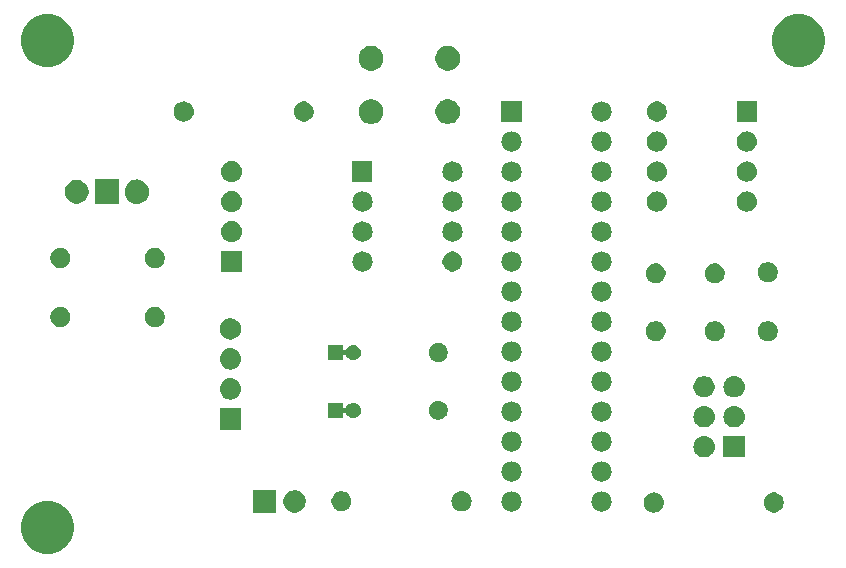
<source format=gbr>
G04 #@! TF.GenerationSoftware,KiCad,Pcbnew,(5.1.4-0-10_14)*
G04 #@! TF.CreationDate,2019-11-17T16:04:34+00:00*
G04 #@! TF.ProjectId,SELE_ACS,53454c45-5f41-4435-932e-6b696361645f,rev?*
G04 #@! TF.SameCoordinates,Original*
G04 #@! TF.FileFunction,Soldermask,Bot*
G04 #@! TF.FilePolarity,Negative*
%FSLAX46Y46*%
G04 Gerber Fmt 4.6, Leading zero omitted, Abs format (unit mm)*
G04 Created by KiCad (PCBNEW (5.1.4-0-10_14)) date 2019-11-17 16:04:34*
%MOMM*%
%LPD*%
G04 APERTURE LIST*
%ADD10C,0.100000*%
G04 APERTURE END LIST*
D10*
G36*
X80875880Y-105559776D02*
G01*
X81256593Y-105635504D01*
X81666249Y-105805189D01*
X82034929Y-106051534D01*
X82348466Y-106365071D01*
X82594811Y-106733751D01*
X82764496Y-107143407D01*
X82851000Y-107578296D01*
X82851000Y-108021704D01*
X82764496Y-108456593D01*
X82594811Y-108866249D01*
X82348466Y-109234929D01*
X82034929Y-109548466D01*
X81666249Y-109794811D01*
X81256593Y-109964496D01*
X80875880Y-110040224D01*
X80821705Y-110051000D01*
X80378295Y-110051000D01*
X80324120Y-110040224D01*
X79943407Y-109964496D01*
X79533751Y-109794811D01*
X79165071Y-109548466D01*
X78851534Y-109234929D01*
X78605189Y-108866249D01*
X78435504Y-108456593D01*
X78349000Y-108021704D01*
X78349000Y-107578296D01*
X78435504Y-107143407D01*
X78605189Y-106733751D01*
X78851534Y-106365071D01*
X79165071Y-106051534D01*
X79533751Y-105805189D01*
X79943407Y-105635504D01*
X80324120Y-105559776D01*
X80378295Y-105549000D01*
X80821705Y-105549000D01*
X80875880Y-105559776D01*
X80875880Y-105559776D01*
G37*
G36*
X132106823Y-104861313D02*
G01*
X132237380Y-104900917D01*
X132264012Y-104908996D01*
X132267242Y-104909976D01*
X132334361Y-104945852D01*
X132415078Y-104988996D01*
X132544659Y-105095341D01*
X132651004Y-105224922D01*
X132651005Y-105224924D01*
X132730024Y-105372758D01*
X132778687Y-105533177D01*
X132795117Y-105700000D01*
X132778687Y-105866823D01*
X132730024Y-106027242D01*
X132689477Y-106103100D01*
X132651004Y-106175078D01*
X132544659Y-106304659D01*
X132415078Y-106411004D01*
X132415076Y-106411005D01*
X132267242Y-106490024D01*
X132106823Y-106538687D01*
X131981804Y-106551000D01*
X131898196Y-106551000D01*
X131773177Y-106538687D01*
X131612758Y-106490024D01*
X131464924Y-106411005D01*
X131464922Y-106411004D01*
X131335341Y-106304659D01*
X131228996Y-106175078D01*
X131190523Y-106103100D01*
X131149976Y-106027242D01*
X131101313Y-105866823D01*
X131084883Y-105700000D01*
X131101313Y-105533177D01*
X131149976Y-105372758D01*
X131228995Y-105224924D01*
X131228996Y-105224922D01*
X131335341Y-105095341D01*
X131464922Y-104988996D01*
X131545639Y-104945852D01*
X131612758Y-104909976D01*
X131615989Y-104908996D01*
X131642620Y-104900917D01*
X131773177Y-104861313D01*
X131898196Y-104849000D01*
X131981804Y-104849000D01*
X132106823Y-104861313D01*
X132106823Y-104861313D01*
G37*
G36*
X101817395Y-104685546D02*
G01*
X101990466Y-104757234D01*
X102026504Y-104781314D01*
X102146227Y-104861310D01*
X102278690Y-104993773D01*
X102321284Y-105057520D01*
X102382766Y-105149534D01*
X102454454Y-105322605D01*
X102491000Y-105506333D01*
X102491000Y-105693667D01*
X102454454Y-105877395D01*
X102382766Y-106050466D01*
X102352957Y-106095078D01*
X102278690Y-106206227D01*
X102146227Y-106338690D01*
X102123092Y-106354148D01*
X101990466Y-106442766D01*
X101817395Y-106514454D01*
X101633667Y-106551000D01*
X101446333Y-106551000D01*
X101262605Y-106514454D01*
X101089534Y-106442766D01*
X100956908Y-106354148D01*
X100933773Y-106338690D01*
X100801310Y-106206227D01*
X100727043Y-106095078D01*
X100697234Y-106050466D01*
X100625546Y-105877395D01*
X100589000Y-105693667D01*
X100589000Y-105506333D01*
X100625546Y-105322605D01*
X100697234Y-105149534D01*
X100758716Y-105057520D01*
X100801310Y-104993773D01*
X100933773Y-104861310D01*
X101053496Y-104781314D01*
X101089534Y-104757234D01*
X101262605Y-104685546D01*
X101446333Y-104649000D01*
X101633667Y-104649000D01*
X101817395Y-104685546D01*
X101817395Y-104685546D01*
G37*
G36*
X99951000Y-106551000D02*
G01*
X98049000Y-106551000D01*
X98049000Y-104649000D01*
X99951000Y-104649000D01*
X99951000Y-106551000D01*
X99951000Y-106551000D01*
G37*
G36*
X142348228Y-104881703D02*
G01*
X142503100Y-104945853D01*
X142642481Y-105038985D01*
X142761015Y-105157519D01*
X142854147Y-105296900D01*
X142918297Y-105451772D01*
X142951000Y-105616184D01*
X142951000Y-105783816D01*
X142918297Y-105948228D01*
X142854147Y-106103100D01*
X142761015Y-106242481D01*
X142642481Y-106361015D01*
X142503100Y-106454147D01*
X142348228Y-106518297D01*
X142183816Y-106551000D01*
X142016184Y-106551000D01*
X141851772Y-106518297D01*
X141696900Y-106454147D01*
X141557519Y-106361015D01*
X141438985Y-106242481D01*
X141345853Y-106103100D01*
X141281703Y-105948228D01*
X141249000Y-105783816D01*
X141249000Y-105616184D01*
X141281703Y-105451772D01*
X141345853Y-105296900D01*
X141438985Y-105157519D01*
X141557519Y-105038985D01*
X141696900Y-104945853D01*
X141851772Y-104881703D01*
X142016184Y-104849000D01*
X142183816Y-104849000D01*
X142348228Y-104881703D01*
X142348228Y-104881703D01*
G37*
G36*
X127686823Y-104781313D02*
G01*
X127847242Y-104829976D01*
X127979906Y-104900886D01*
X127995078Y-104908996D01*
X128124659Y-105015341D01*
X128231004Y-105144922D01*
X128231005Y-105144924D01*
X128310024Y-105292758D01*
X128310025Y-105292761D01*
X128311281Y-105296903D01*
X128358687Y-105453177D01*
X128375117Y-105620000D01*
X128358687Y-105786823D01*
X128310024Y-105947242D01*
X128254849Y-106050467D01*
X128231004Y-106095078D01*
X128124659Y-106224659D01*
X127995078Y-106331004D01*
X127995076Y-106331005D01*
X127847242Y-106410024D01*
X127847239Y-106410025D01*
X127844008Y-106411005D01*
X127686823Y-106458687D01*
X127561804Y-106471000D01*
X127478196Y-106471000D01*
X127353177Y-106458687D01*
X127195992Y-106411005D01*
X127192761Y-106410025D01*
X127192758Y-106410024D01*
X127044924Y-106331005D01*
X127044922Y-106331004D01*
X126915341Y-106224659D01*
X126808996Y-106095078D01*
X126785151Y-106050467D01*
X126729976Y-105947242D01*
X126681313Y-105786823D01*
X126664883Y-105620000D01*
X126681313Y-105453177D01*
X126728719Y-105296903D01*
X126729975Y-105292761D01*
X126729976Y-105292758D01*
X126808995Y-105144924D01*
X126808996Y-105144922D01*
X126915341Y-105015341D01*
X127044922Y-104908996D01*
X127060094Y-104900886D01*
X127192758Y-104829976D01*
X127353177Y-104781313D01*
X127478196Y-104769000D01*
X127561804Y-104769000D01*
X127686823Y-104781313D01*
X127686823Y-104781313D01*
G37*
G36*
X120066823Y-104781313D02*
G01*
X120227242Y-104829976D01*
X120359906Y-104900886D01*
X120375078Y-104908996D01*
X120504659Y-105015341D01*
X120611004Y-105144922D01*
X120611005Y-105144924D01*
X120690024Y-105292758D01*
X120690025Y-105292761D01*
X120691281Y-105296903D01*
X120738687Y-105453177D01*
X120755117Y-105620000D01*
X120738687Y-105786823D01*
X120690024Y-105947242D01*
X120634849Y-106050467D01*
X120611004Y-106095078D01*
X120504659Y-106224659D01*
X120375078Y-106331004D01*
X120375076Y-106331005D01*
X120227242Y-106410024D01*
X120227239Y-106410025D01*
X120224008Y-106411005D01*
X120066823Y-106458687D01*
X119941804Y-106471000D01*
X119858196Y-106471000D01*
X119733177Y-106458687D01*
X119575992Y-106411005D01*
X119572761Y-106410025D01*
X119572758Y-106410024D01*
X119424924Y-106331005D01*
X119424922Y-106331004D01*
X119295341Y-106224659D01*
X119188996Y-106095078D01*
X119165151Y-106050467D01*
X119109976Y-105947242D01*
X119061313Y-105786823D01*
X119044883Y-105620000D01*
X119061313Y-105453177D01*
X119108719Y-105296903D01*
X119109975Y-105292761D01*
X119109976Y-105292758D01*
X119188995Y-105144924D01*
X119188996Y-105144922D01*
X119295341Y-105015341D01*
X119424922Y-104908996D01*
X119440094Y-104900886D01*
X119572758Y-104829976D01*
X119733177Y-104781313D01*
X119858196Y-104769000D01*
X119941804Y-104769000D01*
X120066823Y-104781313D01*
X120066823Y-104781313D01*
G37*
G36*
X115826823Y-104761313D02*
G01*
X115987242Y-104809976D01*
X116119906Y-104880886D01*
X116135078Y-104888996D01*
X116264659Y-104995341D01*
X116371004Y-105124922D01*
X116371005Y-105124924D01*
X116450024Y-105272758D01*
X116498687Y-105433177D01*
X116515117Y-105600000D01*
X116498687Y-105766823D01*
X116450024Y-105927242D01*
X116409477Y-106003100D01*
X116371004Y-106075078D01*
X116264659Y-106204659D01*
X116135078Y-106311004D01*
X116135076Y-106311005D01*
X115987242Y-106390024D01*
X115826823Y-106438687D01*
X115701804Y-106451000D01*
X115618196Y-106451000D01*
X115493177Y-106438687D01*
X115332758Y-106390024D01*
X115184924Y-106311005D01*
X115184922Y-106311004D01*
X115055341Y-106204659D01*
X114948996Y-106075078D01*
X114910523Y-106003100D01*
X114869976Y-105927242D01*
X114821313Y-105766823D01*
X114804883Y-105600000D01*
X114821313Y-105433177D01*
X114869976Y-105272758D01*
X114948995Y-105124924D01*
X114948996Y-105124922D01*
X115055341Y-104995341D01*
X115184922Y-104888996D01*
X115200094Y-104880886D01*
X115332758Y-104809976D01*
X115493177Y-104761313D01*
X115618196Y-104749000D01*
X115701804Y-104749000D01*
X115826823Y-104761313D01*
X115826823Y-104761313D01*
G37*
G36*
X105748228Y-104781703D02*
G01*
X105903100Y-104845853D01*
X106042481Y-104938985D01*
X106161015Y-105057519D01*
X106254147Y-105196900D01*
X106318297Y-105351772D01*
X106351000Y-105516184D01*
X106351000Y-105683816D01*
X106318297Y-105848228D01*
X106254147Y-106003100D01*
X106161015Y-106142481D01*
X106042481Y-106261015D01*
X105903100Y-106354147D01*
X105748228Y-106418297D01*
X105583816Y-106451000D01*
X105416184Y-106451000D01*
X105251772Y-106418297D01*
X105096900Y-106354147D01*
X104957519Y-106261015D01*
X104838985Y-106142481D01*
X104745853Y-106003100D01*
X104681703Y-105848228D01*
X104649000Y-105683816D01*
X104649000Y-105516184D01*
X104681703Y-105351772D01*
X104745853Y-105196900D01*
X104838985Y-105057519D01*
X104957519Y-104938985D01*
X105096900Y-104845853D01*
X105251772Y-104781703D01*
X105416184Y-104749000D01*
X105583816Y-104749000D01*
X105748228Y-104781703D01*
X105748228Y-104781703D01*
G37*
G36*
X127686823Y-102241313D02*
G01*
X127847242Y-102289976D01*
X127979906Y-102360886D01*
X127995078Y-102368996D01*
X128124659Y-102475341D01*
X128231004Y-102604922D01*
X128231005Y-102604924D01*
X128310024Y-102752758D01*
X128358687Y-102913177D01*
X128375117Y-103080000D01*
X128358687Y-103246823D01*
X128310024Y-103407242D01*
X128239114Y-103539906D01*
X128231004Y-103555078D01*
X128124659Y-103684659D01*
X127995078Y-103791004D01*
X127995076Y-103791005D01*
X127847242Y-103870024D01*
X127686823Y-103918687D01*
X127561804Y-103931000D01*
X127478196Y-103931000D01*
X127353177Y-103918687D01*
X127192758Y-103870024D01*
X127044924Y-103791005D01*
X127044922Y-103791004D01*
X126915341Y-103684659D01*
X126808996Y-103555078D01*
X126800886Y-103539906D01*
X126729976Y-103407242D01*
X126681313Y-103246823D01*
X126664883Y-103080000D01*
X126681313Y-102913177D01*
X126729976Y-102752758D01*
X126808995Y-102604924D01*
X126808996Y-102604922D01*
X126915341Y-102475341D01*
X127044922Y-102368996D01*
X127060094Y-102360886D01*
X127192758Y-102289976D01*
X127353177Y-102241313D01*
X127478196Y-102229000D01*
X127561804Y-102229000D01*
X127686823Y-102241313D01*
X127686823Y-102241313D01*
G37*
G36*
X120066823Y-102241313D02*
G01*
X120227242Y-102289976D01*
X120359906Y-102360886D01*
X120375078Y-102368996D01*
X120504659Y-102475341D01*
X120611004Y-102604922D01*
X120611005Y-102604924D01*
X120690024Y-102752758D01*
X120738687Y-102913177D01*
X120755117Y-103080000D01*
X120738687Y-103246823D01*
X120690024Y-103407242D01*
X120619114Y-103539906D01*
X120611004Y-103555078D01*
X120504659Y-103684659D01*
X120375078Y-103791004D01*
X120375076Y-103791005D01*
X120227242Y-103870024D01*
X120066823Y-103918687D01*
X119941804Y-103931000D01*
X119858196Y-103931000D01*
X119733177Y-103918687D01*
X119572758Y-103870024D01*
X119424924Y-103791005D01*
X119424922Y-103791004D01*
X119295341Y-103684659D01*
X119188996Y-103555078D01*
X119180886Y-103539906D01*
X119109976Y-103407242D01*
X119061313Y-103246823D01*
X119044883Y-103080000D01*
X119061313Y-102913177D01*
X119109976Y-102752758D01*
X119188995Y-102604924D01*
X119188996Y-102604922D01*
X119295341Y-102475341D01*
X119424922Y-102368996D01*
X119440094Y-102360886D01*
X119572758Y-102289976D01*
X119733177Y-102241313D01*
X119858196Y-102229000D01*
X119941804Y-102229000D01*
X120066823Y-102241313D01*
X120066823Y-102241313D01*
G37*
G36*
X139641000Y-101881000D02*
G01*
X137839000Y-101881000D01*
X137839000Y-100079000D01*
X139641000Y-100079000D01*
X139641000Y-101881000D01*
X139641000Y-101881000D01*
G37*
G36*
X136310442Y-100085518D02*
G01*
X136376627Y-100092037D01*
X136546466Y-100143557D01*
X136702991Y-100227222D01*
X136738729Y-100256552D01*
X136840186Y-100339814D01*
X136923448Y-100441271D01*
X136952778Y-100477009D01*
X137036443Y-100633534D01*
X137087963Y-100803373D01*
X137105359Y-100980000D01*
X137087963Y-101156627D01*
X137036443Y-101326466D01*
X136952778Y-101482991D01*
X136923448Y-101518729D01*
X136840186Y-101620186D01*
X136738729Y-101703448D01*
X136702991Y-101732778D01*
X136546466Y-101816443D01*
X136376627Y-101867963D01*
X136310442Y-101874482D01*
X136244260Y-101881000D01*
X136155740Y-101881000D01*
X136089558Y-101874482D01*
X136023373Y-101867963D01*
X135853534Y-101816443D01*
X135697009Y-101732778D01*
X135661271Y-101703448D01*
X135559814Y-101620186D01*
X135476552Y-101518729D01*
X135447222Y-101482991D01*
X135363557Y-101326466D01*
X135312037Y-101156627D01*
X135294641Y-100980000D01*
X135312037Y-100803373D01*
X135363557Y-100633534D01*
X135447222Y-100477009D01*
X135476552Y-100441271D01*
X135559814Y-100339814D01*
X135661271Y-100256552D01*
X135697009Y-100227222D01*
X135853534Y-100143557D01*
X136023373Y-100092037D01*
X136089557Y-100085519D01*
X136155740Y-100079000D01*
X136244260Y-100079000D01*
X136310442Y-100085518D01*
X136310442Y-100085518D01*
G37*
G36*
X127686823Y-99701313D02*
G01*
X127847242Y-99749976D01*
X127979906Y-99820886D01*
X127995078Y-99828996D01*
X128124659Y-99935341D01*
X128231004Y-100064922D01*
X128231005Y-100064924D01*
X128310024Y-100212758D01*
X128358687Y-100373177D01*
X128375117Y-100540000D01*
X128358687Y-100706823D01*
X128310024Y-100867242D01*
X128239114Y-100999906D01*
X128231004Y-101015078D01*
X128124659Y-101144659D01*
X127995078Y-101251004D01*
X127995076Y-101251005D01*
X127847242Y-101330024D01*
X127686823Y-101378687D01*
X127561804Y-101391000D01*
X127478196Y-101391000D01*
X127353177Y-101378687D01*
X127192758Y-101330024D01*
X127044924Y-101251005D01*
X127044922Y-101251004D01*
X126915341Y-101144659D01*
X126808996Y-101015078D01*
X126800886Y-100999906D01*
X126729976Y-100867242D01*
X126681313Y-100706823D01*
X126664883Y-100540000D01*
X126681313Y-100373177D01*
X126729976Y-100212758D01*
X126808995Y-100064924D01*
X126808996Y-100064922D01*
X126915341Y-99935341D01*
X127044922Y-99828996D01*
X127060094Y-99820886D01*
X127192758Y-99749976D01*
X127353177Y-99701313D01*
X127478196Y-99689000D01*
X127561804Y-99689000D01*
X127686823Y-99701313D01*
X127686823Y-99701313D01*
G37*
G36*
X120066823Y-99701313D02*
G01*
X120227242Y-99749976D01*
X120359906Y-99820886D01*
X120375078Y-99828996D01*
X120504659Y-99935341D01*
X120611004Y-100064922D01*
X120611005Y-100064924D01*
X120690024Y-100212758D01*
X120738687Y-100373177D01*
X120755117Y-100540000D01*
X120738687Y-100706823D01*
X120690024Y-100867242D01*
X120619114Y-100999906D01*
X120611004Y-101015078D01*
X120504659Y-101144659D01*
X120375078Y-101251004D01*
X120375076Y-101251005D01*
X120227242Y-101330024D01*
X120066823Y-101378687D01*
X119941804Y-101391000D01*
X119858196Y-101391000D01*
X119733177Y-101378687D01*
X119572758Y-101330024D01*
X119424924Y-101251005D01*
X119424922Y-101251004D01*
X119295341Y-101144659D01*
X119188996Y-101015078D01*
X119180886Y-100999906D01*
X119109976Y-100867242D01*
X119061313Y-100706823D01*
X119044883Y-100540000D01*
X119061313Y-100373177D01*
X119109976Y-100212758D01*
X119188995Y-100064924D01*
X119188996Y-100064922D01*
X119295341Y-99935341D01*
X119424922Y-99828996D01*
X119440094Y-99820886D01*
X119572758Y-99749976D01*
X119733177Y-99701313D01*
X119858196Y-99689000D01*
X119941804Y-99689000D01*
X120066823Y-99701313D01*
X120066823Y-99701313D01*
G37*
G36*
X97001000Y-99521000D02*
G01*
X95199000Y-99521000D01*
X95199000Y-97719000D01*
X97001000Y-97719000D01*
X97001000Y-99521000D01*
X97001000Y-99521000D01*
G37*
G36*
X138850443Y-97545519D02*
G01*
X138916627Y-97552037D01*
X139086466Y-97603557D01*
X139242991Y-97687222D01*
X139268914Y-97708497D01*
X139380186Y-97799814D01*
X139463448Y-97901271D01*
X139492778Y-97937009D01*
X139576443Y-98093534D01*
X139627963Y-98263373D01*
X139645359Y-98440000D01*
X139627963Y-98616627D01*
X139576443Y-98786466D01*
X139492778Y-98942991D01*
X139463448Y-98978729D01*
X139380186Y-99080186D01*
X139278729Y-99163448D01*
X139242991Y-99192778D01*
X139086466Y-99276443D01*
X138916627Y-99327963D01*
X138850442Y-99334482D01*
X138784260Y-99341000D01*
X138695740Y-99341000D01*
X138629557Y-99334481D01*
X138563373Y-99327963D01*
X138393534Y-99276443D01*
X138237009Y-99192778D01*
X138201271Y-99163448D01*
X138099814Y-99080186D01*
X138016552Y-98978729D01*
X137987222Y-98942991D01*
X137903557Y-98786466D01*
X137852037Y-98616627D01*
X137834641Y-98440000D01*
X137852037Y-98263373D01*
X137903557Y-98093534D01*
X137987222Y-97937009D01*
X138016552Y-97901271D01*
X138099814Y-97799814D01*
X138211086Y-97708497D01*
X138237009Y-97687222D01*
X138393534Y-97603557D01*
X138563373Y-97552037D01*
X138629557Y-97545519D01*
X138695740Y-97539000D01*
X138784260Y-97539000D01*
X138850443Y-97545519D01*
X138850443Y-97545519D01*
G37*
G36*
X136310443Y-97545519D02*
G01*
X136376627Y-97552037D01*
X136546466Y-97603557D01*
X136702991Y-97687222D01*
X136728914Y-97708497D01*
X136840186Y-97799814D01*
X136923448Y-97901271D01*
X136952778Y-97937009D01*
X137036443Y-98093534D01*
X137087963Y-98263373D01*
X137105359Y-98440000D01*
X137087963Y-98616627D01*
X137036443Y-98786466D01*
X136952778Y-98942991D01*
X136923448Y-98978729D01*
X136840186Y-99080186D01*
X136738729Y-99163448D01*
X136702991Y-99192778D01*
X136546466Y-99276443D01*
X136376627Y-99327963D01*
X136310442Y-99334482D01*
X136244260Y-99341000D01*
X136155740Y-99341000D01*
X136089557Y-99334481D01*
X136023373Y-99327963D01*
X135853534Y-99276443D01*
X135697009Y-99192778D01*
X135661271Y-99163448D01*
X135559814Y-99080186D01*
X135476552Y-98978729D01*
X135447222Y-98942991D01*
X135363557Y-98786466D01*
X135312037Y-98616627D01*
X135294641Y-98440000D01*
X135312037Y-98263373D01*
X135363557Y-98093534D01*
X135447222Y-97937009D01*
X135476552Y-97901271D01*
X135559814Y-97799814D01*
X135671086Y-97708497D01*
X135697009Y-97687222D01*
X135853534Y-97603557D01*
X136023373Y-97552037D01*
X136089557Y-97545519D01*
X136155740Y-97539000D01*
X136244260Y-97539000D01*
X136310443Y-97545519D01*
X136310443Y-97545519D01*
G37*
G36*
X127686823Y-97161313D02*
G01*
X127847242Y-97209976D01*
X127936755Y-97257822D01*
X127995078Y-97288996D01*
X128124659Y-97395341D01*
X128231004Y-97524922D01*
X128231005Y-97524924D01*
X128310024Y-97672758D01*
X128358687Y-97833177D01*
X128375117Y-98000000D01*
X128358687Y-98166823D01*
X128310024Y-98327242D01*
X128239114Y-98459906D01*
X128231004Y-98475078D01*
X128124659Y-98604659D01*
X127995078Y-98711004D01*
X127995076Y-98711005D01*
X127847242Y-98790024D01*
X127686823Y-98838687D01*
X127561804Y-98851000D01*
X127478196Y-98851000D01*
X127353177Y-98838687D01*
X127192758Y-98790024D01*
X127044924Y-98711005D01*
X127044922Y-98711004D01*
X126915341Y-98604659D01*
X126808996Y-98475078D01*
X126800886Y-98459906D01*
X126729976Y-98327242D01*
X126681313Y-98166823D01*
X126664883Y-98000000D01*
X126681313Y-97833177D01*
X126729976Y-97672758D01*
X126808995Y-97524924D01*
X126808996Y-97524922D01*
X126915341Y-97395341D01*
X127044922Y-97288996D01*
X127103245Y-97257822D01*
X127192758Y-97209976D01*
X127353177Y-97161313D01*
X127478196Y-97149000D01*
X127561804Y-97149000D01*
X127686823Y-97161313D01*
X127686823Y-97161313D01*
G37*
G36*
X120066823Y-97161313D02*
G01*
X120227242Y-97209976D01*
X120316755Y-97257822D01*
X120375078Y-97288996D01*
X120504659Y-97395341D01*
X120611004Y-97524922D01*
X120611005Y-97524924D01*
X120690024Y-97672758D01*
X120738687Y-97833177D01*
X120755117Y-98000000D01*
X120738687Y-98166823D01*
X120690024Y-98327242D01*
X120619114Y-98459906D01*
X120611004Y-98475078D01*
X120504659Y-98604659D01*
X120375078Y-98711004D01*
X120375076Y-98711005D01*
X120227242Y-98790024D01*
X120066823Y-98838687D01*
X119941804Y-98851000D01*
X119858196Y-98851000D01*
X119733177Y-98838687D01*
X119572758Y-98790024D01*
X119424924Y-98711005D01*
X119424922Y-98711004D01*
X119295341Y-98604659D01*
X119188996Y-98475078D01*
X119180886Y-98459906D01*
X119109976Y-98327242D01*
X119061313Y-98166823D01*
X119044883Y-98000000D01*
X119061313Y-97833177D01*
X119109976Y-97672758D01*
X119188995Y-97524924D01*
X119188996Y-97524922D01*
X119295341Y-97395341D01*
X119424922Y-97288996D01*
X119483245Y-97257822D01*
X119572758Y-97209976D01*
X119733177Y-97161313D01*
X119858196Y-97149000D01*
X119941804Y-97149000D01*
X120066823Y-97161313D01*
X120066823Y-97161313D01*
G37*
G36*
X113933642Y-97109781D02*
G01*
X114058053Y-97161314D01*
X114079416Y-97170163D01*
X114210608Y-97257822D01*
X114322178Y-97369392D01*
X114338844Y-97394335D01*
X114409838Y-97500586D01*
X114470219Y-97646358D01*
X114501000Y-97801107D01*
X114501000Y-97958893D01*
X114470219Y-98113642D01*
X114409838Y-98259414D01*
X114409837Y-98259416D01*
X114322178Y-98390608D01*
X114210608Y-98502178D01*
X114079416Y-98589837D01*
X114079415Y-98589838D01*
X114079414Y-98589838D01*
X113933642Y-98650219D01*
X113778893Y-98681000D01*
X113621107Y-98681000D01*
X113466358Y-98650219D01*
X113320586Y-98589838D01*
X113320585Y-98589838D01*
X113320584Y-98589837D01*
X113189392Y-98502178D01*
X113077822Y-98390608D01*
X112990163Y-98259416D01*
X112990162Y-98259414D01*
X112929781Y-98113642D01*
X112899000Y-97958893D01*
X112899000Y-97801107D01*
X112929781Y-97646358D01*
X112990162Y-97500586D01*
X113061156Y-97394335D01*
X113077822Y-97369392D01*
X113189392Y-97257822D01*
X113320584Y-97170163D01*
X113341947Y-97161314D01*
X113466358Y-97109781D01*
X113621107Y-97079000D01*
X113778893Y-97079000D01*
X113933642Y-97109781D01*
X113933642Y-97109781D01*
G37*
G36*
X105651000Y-97620109D02*
G01*
X105653402Y-97644495D01*
X105660515Y-97667944D01*
X105672066Y-97689555D01*
X105687611Y-97708497D01*
X105706553Y-97724042D01*
X105728164Y-97735593D01*
X105751613Y-97742706D01*
X105775999Y-97745108D01*
X105800385Y-97742706D01*
X105823834Y-97735593D01*
X105845445Y-97724042D01*
X105864387Y-97708497D01*
X105879932Y-97689555D01*
X105891483Y-97667944D01*
X105923090Y-97591638D01*
X105994335Y-97485012D01*
X106085012Y-97394335D01*
X106122342Y-97369392D01*
X106191636Y-97323091D01*
X106310110Y-97274017D01*
X106435881Y-97249000D01*
X106564119Y-97249000D01*
X106689890Y-97274017D01*
X106808364Y-97323091D01*
X106914988Y-97394335D01*
X107005665Y-97485012D01*
X107076909Y-97591636D01*
X107125983Y-97710110D01*
X107151000Y-97835882D01*
X107151000Y-97964118D01*
X107125983Y-98089890D01*
X107076909Y-98208364D01*
X107005665Y-98314988D01*
X106914988Y-98405665D01*
X106808364Y-98476909D01*
X106808363Y-98476910D01*
X106808362Y-98476910D01*
X106689890Y-98525983D01*
X106564119Y-98551000D01*
X106435881Y-98551000D01*
X106310110Y-98525983D01*
X106191638Y-98476910D01*
X106191637Y-98476910D01*
X106191636Y-98476909D01*
X106085012Y-98405665D01*
X105994335Y-98314988D01*
X105923091Y-98208364D01*
X105891483Y-98132055D01*
X105879932Y-98110445D01*
X105864387Y-98091503D01*
X105845445Y-98075958D01*
X105823834Y-98064407D01*
X105800385Y-98057294D01*
X105775999Y-98054892D01*
X105751613Y-98057294D01*
X105728164Y-98064407D01*
X105706553Y-98075958D01*
X105687611Y-98091503D01*
X105672066Y-98110445D01*
X105660515Y-98132056D01*
X105653402Y-98155505D01*
X105651000Y-98179891D01*
X105651000Y-98551000D01*
X104349000Y-98551000D01*
X104349000Y-97249000D01*
X105651000Y-97249000D01*
X105651000Y-97620109D01*
X105651000Y-97620109D01*
G37*
G36*
X96210442Y-95185518D02*
G01*
X96276627Y-95192037D01*
X96446466Y-95243557D01*
X96446468Y-95243558D01*
X96476882Y-95259815D01*
X96602991Y-95327222D01*
X96638729Y-95356552D01*
X96740186Y-95439814D01*
X96823448Y-95541271D01*
X96852778Y-95577009D01*
X96936443Y-95733534D01*
X96987963Y-95903373D01*
X97005359Y-96080000D01*
X96987963Y-96256627D01*
X96936443Y-96426466D01*
X96852778Y-96582991D01*
X96823448Y-96618729D01*
X96740186Y-96720186D01*
X96683902Y-96766376D01*
X96602991Y-96832778D01*
X96446466Y-96916443D01*
X96276627Y-96967963D01*
X96210442Y-96974482D01*
X96144260Y-96981000D01*
X96055740Y-96981000D01*
X95989558Y-96974482D01*
X95923373Y-96967963D01*
X95753534Y-96916443D01*
X95597009Y-96832778D01*
X95516098Y-96766376D01*
X95459814Y-96720186D01*
X95376552Y-96618729D01*
X95347222Y-96582991D01*
X95263557Y-96426466D01*
X95212037Y-96256627D01*
X95194641Y-96080000D01*
X95212037Y-95903373D01*
X95263557Y-95733534D01*
X95347222Y-95577009D01*
X95376552Y-95541271D01*
X95459814Y-95439814D01*
X95561271Y-95356552D01*
X95597009Y-95327222D01*
X95723118Y-95259815D01*
X95753532Y-95243558D01*
X95753534Y-95243557D01*
X95923373Y-95192037D01*
X95989558Y-95185518D01*
X96055740Y-95179000D01*
X96144260Y-95179000D01*
X96210442Y-95185518D01*
X96210442Y-95185518D01*
G37*
G36*
X138850442Y-95005518D02*
G01*
X138916627Y-95012037D01*
X139086466Y-95063557D01*
X139242991Y-95147222D01*
X139278729Y-95176552D01*
X139380186Y-95259814D01*
X139435505Y-95327222D01*
X139492778Y-95397009D01*
X139576443Y-95553534D01*
X139627963Y-95723373D01*
X139645359Y-95900000D01*
X139627963Y-96076627D01*
X139576443Y-96246466D01*
X139492778Y-96402991D01*
X139473512Y-96426466D01*
X139380186Y-96540186D01*
X139307480Y-96599853D01*
X139242991Y-96652778D01*
X139242989Y-96652779D01*
X139116881Y-96720186D01*
X139086466Y-96736443D01*
X138916627Y-96787963D01*
X138850443Y-96794481D01*
X138784260Y-96801000D01*
X138695740Y-96801000D01*
X138629557Y-96794481D01*
X138563373Y-96787963D01*
X138393534Y-96736443D01*
X138363120Y-96720186D01*
X138237011Y-96652779D01*
X138237009Y-96652778D01*
X138172520Y-96599853D01*
X138099814Y-96540186D01*
X138006488Y-96426466D01*
X137987222Y-96402991D01*
X137903557Y-96246466D01*
X137852037Y-96076627D01*
X137834641Y-95900000D01*
X137852037Y-95723373D01*
X137903557Y-95553534D01*
X137987222Y-95397009D01*
X138044495Y-95327222D01*
X138099814Y-95259814D01*
X138201271Y-95176552D01*
X138237009Y-95147222D01*
X138393534Y-95063557D01*
X138563373Y-95012037D01*
X138629557Y-95005519D01*
X138695740Y-94999000D01*
X138784260Y-94999000D01*
X138850442Y-95005518D01*
X138850442Y-95005518D01*
G37*
G36*
X136313512Y-95003927D02*
G01*
X136462812Y-95033624D01*
X136626784Y-95101544D01*
X136774354Y-95200147D01*
X136899853Y-95325646D01*
X136998456Y-95473216D01*
X137066376Y-95637188D01*
X137101000Y-95811259D01*
X137101000Y-95988741D01*
X137066376Y-96162812D01*
X136998456Y-96326784D01*
X136899853Y-96474354D01*
X136774354Y-96599853D01*
X136626784Y-96698456D01*
X136462812Y-96766376D01*
X136313512Y-96796073D01*
X136288742Y-96801000D01*
X136111258Y-96801000D01*
X136086488Y-96796073D01*
X135937188Y-96766376D01*
X135773216Y-96698456D01*
X135625646Y-96599853D01*
X135500147Y-96474354D01*
X135401544Y-96326784D01*
X135333624Y-96162812D01*
X135299000Y-95988741D01*
X135299000Y-95811259D01*
X135333624Y-95637188D01*
X135401544Y-95473216D01*
X135500147Y-95325646D01*
X135625646Y-95200147D01*
X135773216Y-95101544D01*
X135937188Y-95033624D01*
X136086488Y-95003927D01*
X136111258Y-94999000D01*
X136288742Y-94999000D01*
X136313512Y-95003927D01*
X136313512Y-95003927D01*
G37*
G36*
X127686823Y-94621313D02*
G01*
X127847242Y-94669976D01*
X127979906Y-94740886D01*
X127995078Y-94748996D01*
X128124659Y-94855341D01*
X128231004Y-94984922D01*
X128231005Y-94984924D01*
X128310024Y-95132758D01*
X128358687Y-95293177D01*
X128375117Y-95460000D01*
X128358687Y-95626823D01*
X128310024Y-95787242D01*
X128239114Y-95919906D01*
X128231004Y-95935078D01*
X128124659Y-96064659D01*
X127995078Y-96171004D01*
X127995076Y-96171005D01*
X127847242Y-96250024D01*
X127686823Y-96298687D01*
X127561804Y-96311000D01*
X127478196Y-96311000D01*
X127353177Y-96298687D01*
X127192758Y-96250024D01*
X127044924Y-96171005D01*
X127044922Y-96171004D01*
X126915341Y-96064659D01*
X126808996Y-95935078D01*
X126800886Y-95919906D01*
X126729976Y-95787242D01*
X126681313Y-95626823D01*
X126664883Y-95460000D01*
X126681313Y-95293177D01*
X126729976Y-95132758D01*
X126808995Y-94984924D01*
X126808996Y-94984922D01*
X126915341Y-94855341D01*
X127044922Y-94748996D01*
X127060094Y-94740886D01*
X127192758Y-94669976D01*
X127353177Y-94621313D01*
X127478196Y-94609000D01*
X127561804Y-94609000D01*
X127686823Y-94621313D01*
X127686823Y-94621313D01*
G37*
G36*
X120066823Y-94621313D02*
G01*
X120227242Y-94669976D01*
X120359906Y-94740886D01*
X120375078Y-94748996D01*
X120504659Y-94855341D01*
X120611004Y-94984922D01*
X120611005Y-94984924D01*
X120690024Y-95132758D01*
X120738687Y-95293177D01*
X120755117Y-95460000D01*
X120738687Y-95626823D01*
X120690024Y-95787242D01*
X120619114Y-95919906D01*
X120611004Y-95935078D01*
X120504659Y-96064659D01*
X120375078Y-96171004D01*
X120375076Y-96171005D01*
X120227242Y-96250024D01*
X120066823Y-96298687D01*
X119941804Y-96311000D01*
X119858196Y-96311000D01*
X119733177Y-96298687D01*
X119572758Y-96250024D01*
X119424924Y-96171005D01*
X119424922Y-96171004D01*
X119295341Y-96064659D01*
X119188996Y-95935078D01*
X119180886Y-95919906D01*
X119109976Y-95787242D01*
X119061313Y-95626823D01*
X119044883Y-95460000D01*
X119061313Y-95293177D01*
X119109976Y-95132758D01*
X119188995Y-94984924D01*
X119188996Y-94984922D01*
X119295341Y-94855341D01*
X119424922Y-94748996D01*
X119440094Y-94740886D01*
X119572758Y-94669976D01*
X119733177Y-94621313D01*
X119858196Y-94609000D01*
X119941804Y-94609000D01*
X120066823Y-94621313D01*
X120066823Y-94621313D01*
G37*
G36*
X96210442Y-92645518D02*
G01*
X96276627Y-92652037D01*
X96446466Y-92703557D01*
X96602991Y-92787222D01*
X96628914Y-92808497D01*
X96740186Y-92899814D01*
X96823448Y-93001271D01*
X96852778Y-93037009D01*
X96936443Y-93193534D01*
X96987963Y-93363373D01*
X97005359Y-93540000D01*
X96987963Y-93716627D01*
X96936443Y-93886466D01*
X96852778Y-94042991D01*
X96823448Y-94078729D01*
X96740186Y-94180186D01*
X96638729Y-94263448D01*
X96602991Y-94292778D01*
X96446466Y-94376443D01*
X96276627Y-94427963D01*
X96210443Y-94434481D01*
X96144260Y-94441000D01*
X96055740Y-94441000D01*
X95989557Y-94434481D01*
X95923373Y-94427963D01*
X95753534Y-94376443D01*
X95597009Y-94292778D01*
X95561271Y-94263448D01*
X95459814Y-94180186D01*
X95376552Y-94078729D01*
X95347222Y-94042991D01*
X95263557Y-93886466D01*
X95212037Y-93716627D01*
X95194641Y-93540000D01*
X95212037Y-93363373D01*
X95263557Y-93193534D01*
X95347222Y-93037009D01*
X95376552Y-93001271D01*
X95459814Y-92899814D01*
X95571086Y-92808497D01*
X95597009Y-92787222D01*
X95753534Y-92703557D01*
X95923373Y-92652037D01*
X95989558Y-92645518D01*
X96055740Y-92639000D01*
X96144260Y-92639000D01*
X96210442Y-92645518D01*
X96210442Y-92645518D01*
G37*
G36*
X113933642Y-92229781D02*
G01*
X114079414Y-92290162D01*
X114079416Y-92290163D01*
X114210608Y-92377822D01*
X114322178Y-92489392D01*
X114391244Y-92592758D01*
X114409838Y-92620586D01*
X114470219Y-92766358D01*
X114501000Y-92921107D01*
X114501000Y-93078893D01*
X114470219Y-93233642D01*
X114409838Y-93379414D01*
X114409837Y-93379416D01*
X114322178Y-93510608D01*
X114210608Y-93622178D01*
X114079416Y-93709837D01*
X114079415Y-93709838D01*
X114079414Y-93709838D01*
X113933642Y-93770219D01*
X113778893Y-93801000D01*
X113621107Y-93801000D01*
X113466358Y-93770219D01*
X113320586Y-93709838D01*
X113320585Y-93709838D01*
X113320584Y-93709837D01*
X113189392Y-93622178D01*
X113077822Y-93510608D01*
X112990163Y-93379416D01*
X112990162Y-93379414D01*
X112929781Y-93233642D01*
X112899000Y-93078893D01*
X112899000Y-92921107D01*
X112929781Y-92766358D01*
X112990162Y-92620586D01*
X113008756Y-92592758D01*
X113077822Y-92489392D01*
X113189392Y-92377822D01*
X113320584Y-92290163D01*
X113320586Y-92290162D01*
X113466358Y-92229781D01*
X113621107Y-92199000D01*
X113778893Y-92199000D01*
X113933642Y-92229781D01*
X113933642Y-92229781D01*
G37*
G36*
X127686823Y-92081313D02*
G01*
X127847242Y-92129976D01*
X127976377Y-92199000D01*
X127995078Y-92208996D01*
X128124659Y-92315341D01*
X128231004Y-92444922D01*
X128231005Y-92444924D01*
X128310024Y-92592758D01*
X128358687Y-92753177D01*
X128375117Y-92920000D01*
X128358687Y-93086823D01*
X128310024Y-93247242D01*
X128239377Y-93379414D01*
X128231004Y-93395078D01*
X128124659Y-93524659D01*
X127995078Y-93631004D01*
X127995076Y-93631005D01*
X127847242Y-93710024D01*
X127686823Y-93758687D01*
X127561804Y-93771000D01*
X127478196Y-93771000D01*
X127353177Y-93758687D01*
X127192758Y-93710024D01*
X127044924Y-93631005D01*
X127044922Y-93631004D01*
X126915341Y-93524659D01*
X126808996Y-93395078D01*
X126800623Y-93379414D01*
X126729976Y-93247242D01*
X126681313Y-93086823D01*
X126664883Y-92920000D01*
X126681313Y-92753177D01*
X126729976Y-92592758D01*
X126808995Y-92444924D01*
X126808996Y-92444922D01*
X126915341Y-92315341D01*
X127044922Y-92208996D01*
X127063623Y-92199000D01*
X127192758Y-92129976D01*
X127353177Y-92081313D01*
X127478196Y-92069000D01*
X127561804Y-92069000D01*
X127686823Y-92081313D01*
X127686823Y-92081313D01*
G37*
G36*
X120066823Y-92081313D02*
G01*
X120227242Y-92129976D01*
X120356377Y-92199000D01*
X120375078Y-92208996D01*
X120504659Y-92315341D01*
X120611004Y-92444922D01*
X120611005Y-92444924D01*
X120690024Y-92592758D01*
X120738687Y-92753177D01*
X120755117Y-92920000D01*
X120738687Y-93086823D01*
X120690024Y-93247242D01*
X120619377Y-93379414D01*
X120611004Y-93395078D01*
X120504659Y-93524659D01*
X120375078Y-93631004D01*
X120375076Y-93631005D01*
X120227242Y-93710024D01*
X120066823Y-93758687D01*
X119941804Y-93771000D01*
X119858196Y-93771000D01*
X119733177Y-93758687D01*
X119572758Y-93710024D01*
X119424924Y-93631005D01*
X119424922Y-93631004D01*
X119295341Y-93524659D01*
X119188996Y-93395078D01*
X119180623Y-93379414D01*
X119109976Y-93247242D01*
X119061313Y-93086823D01*
X119044883Y-92920000D01*
X119061313Y-92753177D01*
X119109976Y-92592758D01*
X119188995Y-92444924D01*
X119188996Y-92444922D01*
X119295341Y-92315341D01*
X119424922Y-92208996D01*
X119443623Y-92199000D01*
X119572758Y-92129976D01*
X119733177Y-92081313D01*
X119858196Y-92069000D01*
X119941804Y-92069000D01*
X120066823Y-92081313D01*
X120066823Y-92081313D01*
G37*
G36*
X105651000Y-92720109D02*
G01*
X105653402Y-92744495D01*
X105660515Y-92767944D01*
X105672066Y-92789555D01*
X105687611Y-92808497D01*
X105706553Y-92824042D01*
X105728164Y-92835593D01*
X105751613Y-92842706D01*
X105775999Y-92845108D01*
X105800385Y-92842706D01*
X105823834Y-92835593D01*
X105845445Y-92824042D01*
X105864387Y-92808497D01*
X105879932Y-92789555D01*
X105891483Y-92767944D01*
X105897601Y-92753175D01*
X105923091Y-92691636D01*
X105994335Y-92585012D01*
X106085012Y-92494335D01*
X106191636Y-92423091D01*
X106310110Y-92374017D01*
X106435881Y-92349000D01*
X106564119Y-92349000D01*
X106689890Y-92374017D01*
X106808364Y-92423091D01*
X106841036Y-92444922D01*
X106914988Y-92494335D01*
X107005665Y-92585012D01*
X107076910Y-92691638D01*
X107125983Y-92810110D01*
X107151000Y-92935881D01*
X107151000Y-93064119D01*
X107132944Y-93154892D01*
X107125983Y-93189890D01*
X107076909Y-93308364D01*
X107005665Y-93414988D01*
X106914988Y-93505665D01*
X106808364Y-93576909D01*
X106808363Y-93576910D01*
X106808362Y-93576910D01*
X106689890Y-93625983D01*
X106564119Y-93651000D01*
X106435881Y-93651000D01*
X106310110Y-93625983D01*
X106191638Y-93576910D01*
X106191637Y-93576910D01*
X106191636Y-93576909D01*
X106085012Y-93505665D01*
X105994335Y-93414988D01*
X105923091Y-93308364D01*
X105891483Y-93232055D01*
X105879932Y-93210445D01*
X105864387Y-93191503D01*
X105845445Y-93175958D01*
X105823834Y-93164407D01*
X105800385Y-93157294D01*
X105775999Y-93154892D01*
X105751613Y-93157294D01*
X105728164Y-93164407D01*
X105706553Y-93175958D01*
X105687611Y-93191503D01*
X105672066Y-93210445D01*
X105660515Y-93232056D01*
X105653402Y-93255505D01*
X105651000Y-93279891D01*
X105651000Y-93651000D01*
X104349000Y-93651000D01*
X104349000Y-92349000D01*
X105651000Y-92349000D01*
X105651000Y-92720109D01*
X105651000Y-92720109D01*
G37*
G36*
X132348228Y-90381703D02*
G01*
X132503100Y-90445853D01*
X132642481Y-90538985D01*
X132761015Y-90657519D01*
X132854147Y-90796900D01*
X132918297Y-90951772D01*
X132951000Y-91116184D01*
X132951000Y-91283816D01*
X132918297Y-91448228D01*
X132854147Y-91603100D01*
X132761015Y-91742481D01*
X132642481Y-91861015D01*
X132503100Y-91954147D01*
X132348228Y-92018297D01*
X132183816Y-92051000D01*
X132016184Y-92051000D01*
X131851772Y-92018297D01*
X131696900Y-91954147D01*
X131557519Y-91861015D01*
X131438985Y-91742481D01*
X131345853Y-91603100D01*
X131281703Y-91448228D01*
X131249000Y-91283816D01*
X131249000Y-91116184D01*
X131281703Y-90951772D01*
X131345853Y-90796900D01*
X131438985Y-90657519D01*
X131557519Y-90538985D01*
X131696900Y-90445853D01*
X131851772Y-90381703D01*
X132016184Y-90349000D01*
X132183816Y-90349000D01*
X132348228Y-90381703D01*
X132348228Y-90381703D01*
G37*
G36*
X137348228Y-90381703D02*
G01*
X137503100Y-90445853D01*
X137642481Y-90538985D01*
X137761015Y-90657519D01*
X137854147Y-90796900D01*
X137918297Y-90951772D01*
X137951000Y-91116184D01*
X137951000Y-91283816D01*
X137918297Y-91448228D01*
X137854147Y-91603100D01*
X137761015Y-91742481D01*
X137642481Y-91861015D01*
X137503100Y-91954147D01*
X137348228Y-92018297D01*
X137183816Y-92051000D01*
X137016184Y-92051000D01*
X136851772Y-92018297D01*
X136696900Y-91954147D01*
X136557519Y-91861015D01*
X136438985Y-91742481D01*
X136345853Y-91603100D01*
X136281703Y-91448228D01*
X136249000Y-91283816D01*
X136249000Y-91116184D01*
X136281703Y-90951772D01*
X136345853Y-90796900D01*
X136438985Y-90657519D01*
X136557519Y-90538985D01*
X136696900Y-90445853D01*
X136851772Y-90381703D01*
X137016184Y-90349000D01*
X137183816Y-90349000D01*
X137348228Y-90381703D01*
X137348228Y-90381703D01*
G37*
G36*
X141848228Y-90381703D02*
G01*
X142003100Y-90445853D01*
X142142481Y-90538985D01*
X142261015Y-90657519D01*
X142354147Y-90796900D01*
X142418297Y-90951772D01*
X142451000Y-91116184D01*
X142451000Y-91283816D01*
X142418297Y-91448228D01*
X142354147Y-91603100D01*
X142261015Y-91742481D01*
X142142481Y-91861015D01*
X142003100Y-91954147D01*
X141848228Y-92018297D01*
X141683816Y-92051000D01*
X141516184Y-92051000D01*
X141351772Y-92018297D01*
X141196900Y-91954147D01*
X141057519Y-91861015D01*
X140938985Y-91742481D01*
X140845853Y-91603100D01*
X140781703Y-91448228D01*
X140749000Y-91283816D01*
X140749000Y-91116184D01*
X140781703Y-90951772D01*
X140845853Y-90796900D01*
X140938985Y-90657519D01*
X141057519Y-90538985D01*
X141196900Y-90445853D01*
X141351772Y-90381703D01*
X141516184Y-90349000D01*
X141683816Y-90349000D01*
X141848228Y-90381703D01*
X141848228Y-90381703D01*
G37*
G36*
X96213512Y-90103927D02*
G01*
X96362812Y-90133624D01*
X96526784Y-90201544D01*
X96674354Y-90300147D01*
X96799853Y-90425646D01*
X96898456Y-90573216D01*
X96966376Y-90737188D01*
X97001000Y-90911259D01*
X97001000Y-91088741D01*
X96966376Y-91262812D01*
X96898456Y-91426784D01*
X96799853Y-91574354D01*
X96674354Y-91699853D01*
X96526784Y-91798456D01*
X96362812Y-91866376D01*
X96213512Y-91896073D01*
X96188742Y-91901000D01*
X96011258Y-91901000D01*
X95986488Y-91896073D01*
X95837188Y-91866376D01*
X95673216Y-91798456D01*
X95525646Y-91699853D01*
X95400147Y-91574354D01*
X95301544Y-91426784D01*
X95233624Y-91262812D01*
X95199000Y-91088741D01*
X95199000Y-90911259D01*
X95233624Y-90737188D01*
X95301544Y-90573216D01*
X95400147Y-90425646D01*
X95525646Y-90300147D01*
X95673216Y-90201544D01*
X95837188Y-90133624D01*
X95986488Y-90103927D01*
X96011258Y-90099000D01*
X96188742Y-90099000D01*
X96213512Y-90103927D01*
X96213512Y-90103927D01*
G37*
G36*
X120066823Y-89541313D02*
G01*
X120227242Y-89589976D01*
X120359906Y-89660886D01*
X120375078Y-89668996D01*
X120504659Y-89775341D01*
X120611004Y-89904922D01*
X120611005Y-89904924D01*
X120690024Y-90052758D01*
X120738687Y-90213177D01*
X120755117Y-90380000D01*
X120738687Y-90546823D01*
X120690024Y-90707242D01*
X120664952Y-90754148D01*
X120611004Y-90855078D01*
X120504659Y-90984659D01*
X120375078Y-91091004D01*
X120375076Y-91091005D01*
X120227242Y-91170024D01*
X120066823Y-91218687D01*
X119941804Y-91231000D01*
X119858196Y-91231000D01*
X119733177Y-91218687D01*
X119572758Y-91170024D01*
X119424924Y-91091005D01*
X119424922Y-91091004D01*
X119295341Y-90984659D01*
X119188996Y-90855078D01*
X119135048Y-90754148D01*
X119109976Y-90707242D01*
X119061313Y-90546823D01*
X119044883Y-90380000D01*
X119061313Y-90213177D01*
X119109976Y-90052758D01*
X119188995Y-89904924D01*
X119188996Y-89904922D01*
X119295341Y-89775341D01*
X119424922Y-89668996D01*
X119440094Y-89660886D01*
X119572758Y-89589976D01*
X119733177Y-89541313D01*
X119858196Y-89529000D01*
X119941804Y-89529000D01*
X120066823Y-89541313D01*
X120066823Y-89541313D01*
G37*
G36*
X127686823Y-89541313D02*
G01*
X127847242Y-89589976D01*
X127979906Y-89660886D01*
X127995078Y-89668996D01*
X128124659Y-89775341D01*
X128231004Y-89904922D01*
X128231005Y-89904924D01*
X128310024Y-90052758D01*
X128358687Y-90213177D01*
X128375117Y-90380000D01*
X128358687Y-90546823D01*
X128310024Y-90707242D01*
X128284952Y-90754148D01*
X128231004Y-90855078D01*
X128124659Y-90984659D01*
X127995078Y-91091004D01*
X127995076Y-91091005D01*
X127847242Y-91170024D01*
X127686823Y-91218687D01*
X127561804Y-91231000D01*
X127478196Y-91231000D01*
X127353177Y-91218687D01*
X127192758Y-91170024D01*
X127044924Y-91091005D01*
X127044922Y-91091004D01*
X126915341Y-90984659D01*
X126808996Y-90855078D01*
X126755048Y-90754148D01*
X126729976Y-90707242D01*
X126681313Y-90546823D01*
X126664883Y-90380000D01*
X126681313Y-90213177D01*
X126729976Y-90052758D01*
X126808995Y-89904924D01*
X126808996Y-89904922D01*
X126915341Y-89775341D01*
X127044922Y-89668996D01*
X127060094Y-89660886D01*
X127192758Y-89589976D01*
X127353177Y-89541313D01*
X127478196Y-89529000D01*
X127561804Y-89529000D01*
X127686823Y-89541313D01*
X127686823Y-89541313D01*
G37*
G36*
X81948228Y-89181703D02*
G01*
X82103100Y-89245853D01*
X82242481Y-89338985D01*
X82361015Y-89457519D01*
X82454147Y-89596900D01*
X82518297Y-89751772D01*
X82551000Y-89916184D01*
X82551000Y-90083816D01*
X82518297Y-90248228D01*
X82454147Y-90403100D01*
X82361015Y-90542481D01*
X82242481Y-90661015D01*
X82103100Y-90754147D01*
X81948228Y-90818297D01*
X81783816Y-90851000D01*
X81616184Y-90851000D01*
X81451772Y-90818297D01*
X81296900Y-90754147D01*
X81157519Y-90661015D01*
X81038985Y-90542481D01*
X80945853Y-90403100D01*
X80881703Y-90248228D01*
X80849000Y-90083816D01*
X80849000Y-89916184D01*
X80881703Y-89751772D01*
X80945853Y-89596900D01*
X81038985Y-89457519D01*
X81157519Y-89338985D01*
X81296900Y-89245853D01*
X81451772Y-89181703D01*
X81616184Y-89149000D01*
X81783816Y-89149000D01*
X81948228Y-89181703D01*
X81948228Y-89181703D01*
G37*
G36*
X89948228Y-89181703D02*
G01*
X90103100Y-89245853D01*
X90242481Y-89338985D01*
X90361015Y-89457519D01*
X90454147Y-89596900D01*
X90518297Y-89751772D01*
X90551000Y-89916184D01*
X90551000Y-90083816D01*
X90518297Y-90248228D01*
X90454147Y-90403100D01*
X90361015Y-90542481D01*
X90242481Y-90661015D01*
X90103100Y-90754147D01*
X89948228Y-90818297D01*
X89783816Y-90851000D01*
X89616184Y-90851000D01*
X89451772Y-90818297D01*
X89296900Y-90754147D01*
X89157519Y-90661015D01*
X89038985Y-90542481D01*
X88945853Y-90403100D01*
X88881703Y-90248228D01*
X88849000Y-90083816D01*
X88849000Y-89916184D01*
X88881703Y-89751772D01*
X88945853Y-89596900D01*
X89038985Y-89457519D01*
X89157519Y-89338985D01*
X89296900Y-89245853D01*
X89451772Y-89181703D01*
X89616184Y-89149000D01*
X89783816Y-89149000D01*
X89948228Y-89181703D01*
X89948228Y-89181703D01*
G37*
G36*
X127686823Y-87001313D02*
G01*
X127847242Y-87049976D01*
X127975058Y-87118295D01*
X127995078Y-87128996D01*
X128124659Y-87235341D01*
X128231004Y-87364922D01*
X128231005Y-87364924D01*
X128310024Y-87512758D01*
X128358687Y-87673177D01*
X128375117Y-87840000D01*
X128358687Y-88006823D01*
X128310024Y-88167242D01*
X128239114Y-88299906D01*
X128231004Y-88315078D01*
X128124659Y-88444659D01*
X127995078Y-88551004D01*
X127995076Y-88551005D01*
X127847242Y-88630024D01*
X127686823Y-88678687D01*
X127561804Y-88691000D01*
X127478196Y-88691000D01*
X127353177Y-88678687D01*
X127192758Y-88630024D01*
X127044924Y-88551005D01*
X127044922Y-88551004D01*
X126915341Y-88444659D01*
X126808996Y-88315078D01*
X126800886Y-88299906D01*
X126729976Y-88167242D01*
X126681313Y-88006823D01*
X126664883Y-87840000D01*
X126681313Y-87673177D01*
X126729976Y-87512758D01*
X126808995Y-87364924D01*
X126808996Y-87364922D01*
X126915341Y-87235341D01*
X127044922Y-87128996D01*
X127064942Y-87118295D01*
X127192758Y-87049976D01*
X127353177Y-87001313D01*
X127478196Y-86989000D01*
X127561804Y-86989000D01*
X127686823Y-87001313D01*
X127686823Y-87001313D01*
G37*
G36*
X120066823Y-87001313D02*
G01*
X120227242Y-87049976D01*
X120355058Y-87118295D01*
X120375078Y-87128996D01*
X120504659Y-87235341D01*
X120611004Y-87364922D01*
X120611005Y-87364924D01*
X120690024Y-87512758D01*
X120738687Y-87673177D01*
X120755117Y-87840000D01*
X120738687Y-88006823D01*
X120690024Y-88167242D01*
X120619114Y-88299906D01*
X120611004Y-88315078D01*
X120504659Y-88444659D01*
X120375078Y-88551004D01*
X120375076Y-88551005D01*
X120227242Y-88630024D01*
X120066823Y-88678687D01*
X119941804Y-88691000D01*
X119858196Y-88691000D01*
X119733177Y-88678687D01*
X119572758Y-88630024D01*
X119424924Y-88551005D01*
X119424922Y-88551004D01*
X119295341Y-88444659D01*
X119188996Y-88315078D01*
X119180886Y-88299906D01*
X119109976Y-88167242D01*
X119061313Y-88006823D01*
X119044883Y-87840000D01*
X119061313Y-87673177D01*
X119109976Y-87512758D01*
X119188995Y-87364924D01*
X119188996Y-87364922D01*
X119295341Y-87235341D01*
X119424922Y-87128996D01*
X119444942Y-87118295D01*
X119572758Y-87049976D01*
X119733177Y-87001313D01*
X119858196Y-86989000D01*
X119941804Y-86989000D01*
X120066823Y-87001313D01*
X120066823Y-87001313D01*
G37*
G36*
X137348228Y-85481703D02*
G01*
X137503100Y-85545853D01*
X137642481Y-85638985D01*
X137761015Y-85757519D01*
X137854147Y-85896900D01*
X137918297Y-86051772D01*
X137951000Y-86216184D01*
X137951000Y-86383816D01*
X137918297Y-86548228D01*
X137854147Y-86703100D01*
X137761015Y-86842481D01*
X137642481Y-86961015D01*
X137503100Y-87054147D01*
X137348228Y-87118297D01*
X137183816Y-87151000D01*
X137016184Y-87151000D01*
X136851772Y-87118297D01*
X136696900Y-87054147D01*
X136557519Y-86961015D01*
X136438985Y-86842481D01*
X136345853Y-86703100D01*
X136281703Y-86548228D01*
X136249000Y-86383816D01*
X136249000Y-86216184D01*
X136281703Y-86051772D01*
X136345853Y-85896900D01*
X136438985Y-85757519D01*
X136557519Y-85638985D01*
X136696900Y-85545853D01*
X136851772Y-85481703D01*
X137016184Y-85449000D01*
X137183816Y-85449000D01*
X137348228Y-85481703D01*
X137348228Y-85481703D01*
G37*
G36*
X132348228Y-85481703D02*
G01*
X132503100Y-85545853D01*
X132642481Y-85638985D01*
X132761015Y-85757519D01*
X132854147Y-85896900D01*
X132918297Y-86051772D01*
X132951000Y-86216184D01*
X132951000Y-86383816D01*
X132918297Y-86548228D01*
X132854147Y-86703100D01*
X132761015Y-86842481D01*
X132642481Y-86961015D01*
X132503100Y-87054147D01*
X132348228Y-87118297D01*
X132183816Y-87151000D01*
X132016184Y-87151000D01*
X131851772Y-87118297D01*
X131696900Y-87054147D01*
X131557519Y-86961015D01*
X131438985Y-86842481D01*
X131345853Y-86703100D01*
X131281703Y-86548228D01*
X131249000Y-86383816D01*
X131249000Y-86216184D01*
X131281703Y-86051772D01*
X131345853Y-85896900D01*
X131438985Y-85757519D01*
X131557519Y-85638985D01*
X131696900Y-85545853D01*
X131851772Y-85481703D01*
X132016184Y-85449000D01*
X132183816Y-85449000D01*
X132348228Y-85481703D01*
X132348228Y-85481703D01*
G37*
G36*
X141848228Y-85381703D02*
G01*
X142003100Y-85445853D01*
X142142481Y-85538985D01*
X142261015Y-85657519D01*
X142354147Y-85796900D01*
X142418297Y-85951772D01*
X142451000Y-86116184D01*
X142451000Y-86283816D01*
X142418297Y-86448228D01*
X142354147Y-86603100D01*
X142261015Y-86742481D01*
X142142481Y-86861015D01*
X142003100Y-86954147D01*
X141848228Y-87018297D01*
X141683816Y-87051000D01*
X141516184Y-87051000D01*
X141351772Y-87018297D01*
X141196900Y-86954147D01*
X141057519Y-86861015D01*
X140938985Y-86742481D01*
X140845853Y-86603100D01*
X140781703Y-86448228D01*
X140749000Y-86283816D01*
X140749000Y-86116184D01*
X140781703Y-85951772D01*
X140845853Y-85796900D01*
X140938985Y-85657519D01*
X141057519Y-85538985D01*
X141196900Y-85445853D01*
X141351772Y-85381703D01*
X141516184Y-85349000D01*
X141683816Y-85349000D01*
X141848228Y-85381703D01*
X141848228Y-85381703D01*
G37*
G36*
X97101000Y-86201000D02*
G01*
X95299000Y-86201000D01*
X95299000Y-84399000D01*
X97101000Y-84399000D01*
X97101000Y-86201000D01*
X97101000Y-86201000D01*
G37*
G36*
X107446823Y-84461313D02*
G01*
X107607242Y-84509976D01*
X107674361Y-84545852D01*
X107755078Y-84588996D01*
X107884659Y-84695341D01*
X107991004Y-84824922D01*
X107991005Y-84824924D01*
X108070024Y-84972758D01*
X108118687Y-85133177D01*
X108135117Y-85300000D01*
X108118687Y-85466823D01*
X108070024Y-85627242D01*
X108029477Y-85703100D01*
X107991004Y-85775078D01*
X107884659Y-85904659D01*
X107755078Y-86011004D01*
X107755076Y-86011005D01*
X107607242Y-86090024D01*
X107446823Y-86138687D01*
X107321804Y-86151000D01*
X107238196Y-86151000D01*
X107113177Y-86138687D01*
X106952758Y-86090024D01*
X106804924Y-86011005D01*
X106804922Y-86011004D01*
X106675341Y-85904659D01*
X106568996Y-85775078D01*
X106530523Y-85703100D01*
X106489976Y-85627242D01*
X106441313Y-85466823D01*
X106424883Y-85300000D01*
X106441313Y-85133177D01*
X106489976Y-84972758D01*
X106568995Y-84824924D01*
X106568996Y-84824922D01*
X106675341Y-84695341D01*
X106804922Y-84588996D01*
X106885639Y-84545852D01*
X106952758Y-84509976D01*
X107113177Y-84461313D01*
X107238196Y-84449000D01*
X107321804Y-84449000D01*
X107446823Y-84461313D01*
X107446823Y-84461313D01*
G37*
G36*
X120066823Y-84461313D02*
G01*
X120227242Y-84509976D01*
X120294361Y-84545852D01*
X120375078Y-84588996D01*
X120504659Y-84695341D01*
X120611004Y-84824922D01*
X120611005Y-84824924D01*
X120690024Y-84972758D01*
X120738687Y-85133177D01*
X120755117Y-85300000D01*
X120738687Y-85466823D01*
X120690024Y-85627242D01*
X120649477Y-85703100D01*
X120611004Y-85775078D01*
X120504659Y-85904659D01*
X120375078Y-86011004D01*
X120375076Y-86011005D01*
X120227242Y-86090024D01*
X120066823Y-86138687D01*
X119941804Y-86151000D01*
X119858196Y-86151000D01*
X119733177Y-86138687D01*
X119572758Y-86090024D01*
X119424924Y-86011005D01*
X119424922Y-86011004D01*
X119295341Y-85904659D01*
X119188996Y-85775078D01*
X119150523Y-85703100D01*
X119109976Y-85627242D01*
X119061313Y-85466823D01*
X119044883Y-85300000D01*
X119061313Y-85133177D01*
X119109976Y-84972758D01*
X119188995Y-84824924D01*
X119188996Y-84824922D01*
X119295341Y-84695341D01*
X119424922Y-84588996D01*
X119505639Y-84545852D01*
X119572758Y-84509976D01*
X119733177Y-84461313D01*
X119858196Y-84449000D01*
X119941804Y-84449000D01*
X120066823Y-84461313D01*
X120066823Y-84461313D01*
G37*
G36*
X115148228Y-84481703D02*
G01*
X115303100Y-84545853D01*
X115442481Y-84638985D01*
X115561015Y-84757519D01*
X115654147Y-84896900D01*
X115718297Y-85051772D01*
X115751000Y-85216184D01*
X115751000Y-85383816D01*
X115718297Y-85548228D01*
X115654147Y-85703100D01*
X115561015Y-85842481D01*
X115442481Y-85961015D01*
X115303100Y-86054147D01*
X115148228Y-86118297D01*
X114983816Y-86151000D01*
X114816184Y-86151000D01*
X114651772Y-86118297D01*
X114496900Y-86054147D01*
X114357519Y-85961015D01*
X114238985Y-85842481D01*
X114145853Y-85703100D01*
X114081703Y-85548228D01*
X114049000Y-85383816D01*
X114049000Y-85216184D01*
X114081703Y-85051772D01*
X114145853Y-84896900D01*
X114238985Y-84757519D01*
X114357519Y-84638985D01*
X114496900Y-84545853D01*
X114651772Y-84481703D01*
X114816184Y-84449000D01*
X114983816Y-84449000D01*
X115148228Y-84481703D01*
X115148228Y-84481703D01*
G37*
G36*
X127686823Y-84461313D02*
G01*
X127847242Y-84509976D01*
X127914361Y-84545852D01*
X127995078Y-84588996D01*
X128124659Y-84695341D01*
X128231004Y-84824922D01*
X128231005Y-84824924D01*
X128310024Y-84972758D01*
X128358687Y-85133177D01*
X128375117Y-85300000D01*
X128358687Y-85466823D01*
X128310024Y-85627242D01*
X128269477Y-85703100D01*
X128231004Y-85775078D01*
X128124659Y-85904659D01*
X127995078Y-86011004D01*
X127995076Y-86011005D01*
X127847242Y-86090024D01*
X127686823Y-86138687D01*
X127561804Y-86151000D01*
X127478196Y-86151000D01*
X127353177Y-86138687D01*
X127192758Y-86090024D01*
X127044924Y-86011005D01*
X127044922Y-86011004D01*
X126915341Y-85904659D01*
X126808996Y-85775078D01*
X126770523Y-85703100D01*
X126729976Y-85627242D01*
X126681313Y-85466823D01*
X126664883Y-85300000D01*
X126681313Y-85133177D01*
X126729976Y-84972758D01*
X126808995Y-84824924D01*
X126808996Y-84824922D01*
X126915341Y-84695341D01*
X127044922Y-84588996D01*
X127125639Y-84545852D01*
X127192758Y-84509976D01*
X127353177Y-84461313D01*
X127478196Y-84449000D01*
X127561804Y-84449000D01*
X127686823Y-84461313D01*
X127686823Y-84461313D01*
G37*
G36*
X81948228Y-84181703D02*
G01*
X82103100Y-84245853D01*
X82242481Y-84338985D01*
X82361015Y-84457519D01*
X82454147Y-84596900D01*
X82518297Y-84751772D01*
X82551000Y-84916184D01*
X82551000Y-85083816D01*
X82518297Y-85248228D01*
X82454147Y-85403100D01*
X82361015Y-85542481D01*
X82242481Y-85661015D01*
X82103100Y-85754147D01*
X81948228Y-85818297D01*
X81783816Y-85851000D01*
X81616184Y-85851000D01*
X81451772Y-85818297D01*
X81296900Y-85754147D01*
X81157519Y-85661015D01*
X81038985Y-85542481D01*
X80945853Y-85403100D01*
X80881703Y-85248228D01*
X80849000Y-85083816D01*
X80849000Y-84916184D01*
X80881703Y-84751772D01*
X80945853Y-84596900D01*
X81038985Y-84457519D01*
X81157519Y-84338985D01*
X81296900Y-84245853D01*
X81451772Y-84181703D01*
X81616184Y-84149000D01*
X81783816Y-84149000D01*
X81948228Y-84181703D01*
X81948228Y-84181703D01*
G37*
G36*
X89948228Y-84181703D02*
G01*
X90103100Y-84245853D01*
X90242481Y-84338985D01*
X90361015Y-84457519D01*
X90454147Y-84596900D01*
X90518297Y-84751772D01*
X90551000Y-84916184D01*
X90551000Y-85083816D01*
X90518297Y-85248228D01*
X90454147Y-85403100D01*
X90361015Y-85542481D01*
X90242481Y-85661015D01*
X90103100Y-85754147D01*
X89948228Y-85818297D01*
X89783816Y-85851000D01*
X89616184Y-85851000D01*
X89451772Y-85818297D01*
X89296900Y-85754147D01*
X89157519Y-85661015D01*
X89038985Y-85542481D01*
X88945853Y-85403100D01*
X88881703Y-85248228D01*
X88849000Y-85083816D01*
X88849000Y-84916184D01*
X88881703Y-84751772D01*
X88945853Y-84596900D01*
X89038985Y-84457519D01*
X89157519Y-84338985D01*
X89296900Y-84245853D01*
X89451772Y-84181703D01*
X89616184Y-84149000D01*
X89783816Y-84149000D01*
X89948228Y-84181703D01*
X89948228Y-84181703D01*
G37*
G36*
X96310443Y-81865519D02*
G01*
X96376627Y-81872037D01*
X96546466Y-81923557D01*
X96702991Y-82007222D01*
X96738729Y-82036552D01*
X96840186Y-82119814D01*
X96923448Y-82221271D01*
X96952778Y-82257009D01*
X97036443Y-82413534D01*
X97087963Y-82583373D01*
X97105359Y-82760000D01*
X97087963Y-82936627D01*
X97036443Y-83106466D01*
X96952778Y-83262991D01*
X96923448Y-83298729D01*
X96840186Y-83400186D01*
X96738729Y-83483448D01*
X96702991Y-83512778D01*
X96546466Y-83596443D01*
X96376627Y-83647963D01*
X96310442Y-83654482D01*
X96244260Y-83661000D01*
X96155740Y-83661000D01*
X96089558Y-83654482D01*
X96023373Y-83647963D01*
X95853534Y-83596443D01*
X95697009Y-83512778D01*
X95661271Y-83483448D01*
X95559814Y-83400186D01*
X95476552Y-83298729D01*
X95447222Y-83262991D01*
X95363557Y-83106466D01*
X95312037Y-82936627D01*
X95294641Y-82760000D01*
X95312037Y-82583373D01*
X95363557Y-82413534D01*
X95447222Y-82257009D01*
X95476552Y-82221271D01*
X95559814Y-82119814D01*
X95661271Y-82036552D01*
X95697009Y-82007222D01*
X95853534Y-81923557D01*
X96023373Y-81872037D01*
X96089557Y-81865519D01*
X96155740Y-81859000D01*
X96244260Y-81859000D01*
X96310443Y-81865519D01*
X96310443Y-81865519D01*
G37*
G36*
X127686823Y-81921313D02*
G01*
X127847242Y-81969976D01*
X127916922Y-82007221D01*
X127995078Y-82048996D01*
X128124659Y-82155341D01*
X128231004Y-82284922D01*
X128231005Y-82284924D01*
X128310024Y-82432758D01*
X128358687Y-82593177D01*
X128375117Y-82760000D01*
X128358687Y-82926823D01*
X128310024Y-83087242D01*
X128299747Y-83106468D01*
X128231004Y-83235078D01*
X128124659Y-83364659D01*
X127995078Y-83471004D01*
X127995076Y-83471005D01*
X127847242Y-83550024D01*
X127686823Y-83598687D01*
X127561804Y-83611000D01*
X127478196Y-83611000D01*
X127353177Y-83598687D01*
X127192758Y-83550024D01*
X127044924Y-83471005D01*
X127044922Y-83471004D01*
X126915341Y-83364659D01*
X126808996Y-83235078D01*
X126740253Y-83106468D01*
X126729976Y-83087242D01*
X126681313Y-82926823D01*
X126664883Y-82760000D01*
X126681313Y-82593177D01*
X126729976Y-82432758D01*
X126808995Y-82284924D01*
X126808996Y-82284922D01*
X126915341Y-82155341D01*
X127044922Y-82048996D01*
X127123078Y-82007221D01*
X127192758Y-81969976D01*
X127353177Y-81921313D01*
X127478196Y-81909000D01*
X127561804Y-81909000D01*
X127686823Y-81921313D01*
X127686823Y-81921313D01*
G37*
G36*
X120066823Y-81921313D02*
G01*
X120227242Y-81969976D01*
X120296922Y-82007221D01*
X120375078Y-82048996D01*
X120504659Y-82155341D01*
X120611004Y-82284922D01*
X120611005Y-82284924D01*
X120690024Y-82432758D01*
X120738687Y-82593177D01*
X120755117Y-82760000D01*
X120738687Y-82926823D01*
X120690024Y-83087242D01*
X120679747Y-83106468D01*
X120611004Y-83235078D01*
X120504659Y-83364659D01*
X120375078Y-83471004D01*
X120375076Y-83471005D01*
X120227242Y-83550024D01*
X120066823Y-83598687D01*
X119941804Y-83611000D01*
X119858196Y-83611000D01*
X119733177Y-83598687D01*
X119572758Y-83550024D01*
X119424924Y-83471005D01*
X119424922Y-83471004D01*
X119295341Y-83364659D01*
X119188996Y-83235078D01*
X119120253Y-83106468D01*
X119109976Y-83087242D01*
X119061313Y-82926823D01*
X119044883Y-82760000D01*
X119061313Y-82593177D01*
X119109976Y-82432758D01*
X119188995Y-82284924D01*
X119188996Y-82284922D01*
X119295341Y-82155341D01*
X119424922Y-82048996D01*
X119503078Y-82007221D01*
X119572758Y-81969976D01*
X119733177Y-81921313D01*
X119858196Y-81909000D01*
X119941804Y-81909000D01*
X120066823Y-81921313D01*
X120066823Y-81921313D01*
G37*
G36*
X107446823Y-81921313D02*
G01*
X107607242Y-81969976D01*
X107676922Y-82007221D01*
X107755078Y-82048996D01*
X107884659Y-82155341D01*
X107991004Y-82284922D01*
X107991005Y-82284924D01*
X108070024Y-82432758D01*
X108118687Y-82593177D01*
X108135117Y-82760000D01*
X108118687Y-82926823D01*
X108070024Y-83087242D01*
X108059747Y-83106468D01*
X107991004Y-83235078D01*
X107884659Y-83364659D01*
X107755078Y-83471004D01*
X107755076Y-83471005D01*
X107607242Y-83550024D01*
X107446823Y-83598687D01*
X107321804Y-83611000D01*
X107238196Y-83611000D01*
X107113177Y-83598687D01*
X106952758Y-83550024D01*
X106804924Y-83471005D01*
X106804922Y-83471004D01*
X106675341Y-83364659D01*
X106568996Y-83235078D01*
X106500253Y-83106468D01*
X106489976Y-83087242D01*
X106441313Y-82926823D01*
X106424883Y-82760000D01*
X106441313Y-82593177D01*
X106489976Y-82432758D01*
X106568995Y-82284924D01*
X106568996Y-82284922D01*
X106675341Y-82155341D01*
X106804922Y-82048996D01*
X106883078Y-82007221D01*
X106952758Y-81969976D01*
X107113177Y-81921313D01*
X107238196Y-81909000D01*
X107321804Y-81909000D01*
X107446823Y-81921313D01*
X107446823Y-81921313D01*
G37*
G36*
X115066823Y-81921313D02*
G01*
X115227242Y-81969976D01*
X115296922Y-82007221D01*
X115375078Y-82048996D01*
X115504659Y-82155341D01*
X115611004Y-82284922D01*
X115611005Y-82284924D01*
X115690024Y-82432758D01*
X115738687Y-82593177D01*
X115755117Y-82760000D01*
X115738687Y-82926823D01*
X115690024Y-83087242D01*
X115679747Y-83106468D01*
X115611004Y-83235078D01*
X115504659Y-83364659D01*
X115375078Y-83471004D01*
X115375076Y-83471005D01*
X115227242Y-83550024D01*
X115066823Y-83598687D01*
X114941804Y-83611000D01*
X114858196Y-83611000D01*
X114733177Y-83598687D01*
X114572758Y-83550024D01*
X114424924Y-83471005D01*
X114424922Y-83471004D01*
X114295341Y-83364659D01*
X114188996Y-83235078D01*
X114120253Y-83106468D01*
X114109976Y-83087242D01*
X114061313Y-82926823D01*
X114044883Y-82760000D01*
X114061313Y-82593177D01*
X114109976Y-82432758D01*
X114188995Y-82284924D01*
X114188996Y-82284922D01*
X114295341Y-82155341D01*
X114424922Y-82048996D01*
X114503078Y-82007221D01*
X114572758Y-81969976D01*
X114733177Y-81921313D01*
X114858196Y-81909000D01*
X114941804Y-81909000D01*
X115066823Y-81921313D01*
X115066823Y-81921313D01*
G37*
G36*
X96310442Y-79325518D02*
G01*
X96376627Y-79332037D01*
X96546466Y-79383557D01*
X96702991Y-79467222D01*
X96738729Y-79496552D01*
X96840186Y-79579814D01*
X96923448Y-79681271D01*
X96952778Y-79717009D01*
X97036443Y-79873534D01*
X97087963Y-80043373D01*
X97105359Y-80220000D01*
X97087963Y-80396627D01*
X97036443Y-80566466D01*
X96952778Y-80722991D01*
X96923448Y-80758729D01*
X96840186Y-80860186D01*
X96738729Y-80943448D01*
X96702991Y-80972778D01*
X96546466Y-81056443D01*
X96376627Y-81107963D01*
X96310442Y-81114482D01*
X96244260Y-81121000D01*
X96155740Y-81121000D01*
X96089558Y-81114482D01*
X96023373Y-81107963D01*
X95853534Y-81056443D01*
X95697009Y-80972778D01*
X95661271Y-80943448D01*
X95559814Y-80860186D01*
X95476552Y-80758729D01*
X95447222Y-80722991D01*
X95363557Y-80566466D01*
X95312037Y-80396627D01*
X95294641Y-80220000D01*
X95312037Y-80043373D01*
X95363557Y-79873534D01*
X95447222Y-79717009D01*
X95476552Y-79681271D01*
X95559814Y-79579814D01*
X95661271Y-79496552D01*
X95697009Y-79467222D01*
X95853534Y-79383557D01*
X96023373Y-79332037D01*
X96089558Y-79325518D01*
X96155740Y-79319000D01*
X96244260Y-79319000D01*
X96310442Y-79325518D01*
X96310442Y-79325518D01*
G37*
G36*
X127686823Y-79381313D02*
G01*
X127847242Y-79429976D01*
X127972251Y-79496795D01*
X127995078Y-79508996D01*
X128124659Y-79615341D01*
X128231004Y-79744922D01*
X128231005Y-79744924D01*
X128310024Y-79892758D01*
X128358687Y-80053177D01*
X128375117Y-80220000D01*
X128358687Y-80386823D01*
X128310024Y-80547242D01*
X128299747Y-80566468D01*
X128231004Y-80695078D01*
X128124659Y-80824659D01*
X127995078Y-80931004D01*
X127995076Y-80931005D01*
X127847242Y-81010024D01*
X127686823Y-81058687D01*
X127561804Y-81071000D01*
X127478196Y-81071000D01*
X127353177Y-81058687D01*
X127192758Y-81010024D01*
X127044924Y-80931005D01*
X127044922Y-80931004D01*
X126915341Y-80824659D01*
X126808996Y-80695078D01*
X126740253Y-80566468D01*
X126729976Y-80547242D01*
X126681313Y-80386823D01*
X126664883Y-80220000D01*
X126681313Y-80053177D01*
X126729976Y-79892758D01*
X126808995Y-79744924D01*
X126808996Y-79744922D01*
X126915341Y-79615341D01*
X127044922Y-79508996D01*
X127067749Y-79496795D01*
X127192758Y-79429976D01*
X127353177Y-79381313D01*
X127478196Y-79369000D01*
X127561804Y-79369000D01*
X127686823Y-79381313D01*
X127686823Y-79381313D01*
G37*
G36*
X139986823Y-79381313D02*
G01*
X140147242Y-79429976D01*
X140272251Y-79496795D01*
X140295078Y-79508996D01*
X140424659Y-79615341D01*
X140531004Y-79744922D01*
X140531005Y-79744924D01*
X140610024Y-79892758D01*
X140658687Y-80053177D01*
X140675117Y-80220000D01*
X140658687Y-80386823D01*
X140610024Y-80547242D01*
X140599747Y-80566468D01*
X140531004Y-80695078D01*
X140424659Y-80824659D01*
X140295078Y-80931004D01*
X140295076Y-80931005D01*
X140147242Y-81010024D01*
X139986823Y-81058687D01*
X139861804Y-81071000D01*
X139778196Y-81071000D01*
X139653177Y-81058687D01*
X139492758Y-81010024D01*
X139344924Y-80931005D01*
X139344922Y-80931004D01*
X139215341Y-80824659D01*
X139108996Y-80695078D01*
X139040253Y-80566468D01*
X139029976Y-80547242D01*
X138981313Y-80386823D01*
X138964883Y-80220000D01*
X138981313Y-80053177D01*
X139029976Y-79892758D01*
X139108995Y-79744924D01*
X139108996Y-79744922D01*
X139215341Y-79615341D01*
X139344922Y-79508996D01*
X139367749Y-79496795D01*
X139492758Y-79429976D01*
X139653177Y-79381313D01*
X139778196Y-79369000D01*
X139861804Y-79369000D01*
X139986823Y-79381313D01*
X139986823Y-79381313D01*
G37*
G36*
X132366823Y-79381313D02*
G01*
X132527242Y-79429976D01*
X132652251Y-79496795D01*
X132675078Y-79508996D01*
X132804659Y-79615341D01*
X132911004Y-79744922D01*
X132911005Y-79744924D01*
X132990024Y-79892758D01*
X133038687Y-80053177D01*
X133055117Y-80220000D01*
X133038687Y-80386823D01*
X132990024Y-80547242D01*
X132979747Y-80566468D01*
X132911004Y-80695078D01*
X132804659Y-80824659D01*
X132675078Y-80931004D01*
X132675076Y-80931005D01*
X132527242Y-81010024D01*
X132366823Y-81058687D01*
X132241804Y-81071000D01*
X132158196Y-81071000D01*
X132033177Y-81058687D01*
X131872758Y-81010024D01*
X131724924Y-80931005D01*
X131724922Y-80931004D01*
X131595341Y-80824659D01*
X131488996Y-80695078D01*
X131420253Y-80566468D01*
X131409976Y-80547242D01*
X131361313Y-80386823D01*
X131344883Y-80220000D01*
X131361313Y-80053177D01*
X131409976Y-79892758D01*
X131488995Y-79744924D01*
X131488996Y-79744922D01*
X131595341Y-79615341D01*
X131724922Y-79508996D01*
X131747749Y-79496795D01*
X131872758Y-79429976D01*
X132033177Y-79381313D01*
X132158196Y-79369000D01*
X132241804Y-79369000D01*
X132366823Y-79381313D01*
X132366823Y-79381313D01*
G37*
G36*
X120066823Y-79381313D02*
G01*
X120227242Y-79429976D01*
X120352251Y-79496795D01*
X120375078Y-79508996D01*
X120504659Y-79615341D01*
X120611004Y-79744922D01*
X120611005Y-79744924D01*
X120690024Y-79892758D01*
X120738687Y-80053177D01*
X120755117Y-80220000D01*
X120738687Y-80386823D01*
X120690024Y-80547242D01*
X120679747Y-80566468D01*
X120611004Y-80695078D01*
X120504659Y-80824659D01*
X120375078Y-80931004D01*
X120375076Y-80931005D01*
X120227242Y-81010024D01*
X120066823Y-81058687D01*
X119941804Y-81071000D01*
X119858196Y-81071000D01*
X119733177Y-81058687D01*
X119572758Y-81010024D01*
X119424924Y-80931005D01*
X119424922Y-80931004D01*
X119295341Y-80824659D01*
X119188996Y-80695078D01*
X119120253Y-80566468D01*
X119109976Y-80547242D01*
X119061313Y-80386823D01*
X119044883Y-80220000D01*
X119061313Y-80053177D01*
X119109976Y-79892758D01*
X119188995Y-79744924D01*
X119188996Y-79744922D01*
X119295341Y-79615341D01*
X119424922Y-79508996D01*
X119447749Y-79496795D01*
X119572758Y-79429976D01*
X119733177Y-79381313D01*
X119858196Y-79369000D01*
X119941804Y-79369000D01*
X120066823Y-79381313D01*
X120066823Y-79381313D01*
G37*
G36*
X115066823Y-79381313D02*
G01*
X115227242Y-79429976D01*
X115352251Y-79496795D01*
X115375078Y-79508996D01*
X115504659Y-79615341D01*
X115611004Y-79744922D01*
X115611005Y-79744924D01*
X115690024Y-79892758D01*
X115738687Y-80053177D01*
X115755117Y-80220000D01*
X115738687Y-80386823D01*
X115690024Y-80547242D01*
X115679747Y-80566468D01*
X115611004Y-80695078D01*
X115504659Y-80824659D01*
X115375078Y-80931004D01*
X115375076Y-80931005D01*
X115227242Y-81010024D01*
X115066823Y-81058687D01*
X114941804Y-81071000D01*
X114858196Y-81071000D01*
X114733177Y-81058687D01*
X114572758Y-81010024D01*
X114424924Y-80931005D01*
X114424922Y-80931004D01*
X114295341Y-80824659D01*
X114188996Y-80695078D01*
X114120253Y-80566468D01*
X114109976Y-80547242D01*
X114061313Y-80386823D01*
X114044883Y-80220000D01*
X114061313Y-80053177D01*
X114109976Y-79892758D01*
X114188995Y-79744924D01*
X114188996Y-79744922D01*
X114295341Y-79615341D01*
X114424922Y-79508996D01*
X114447749Y-79496795D01*
X114572758Y-79429976D01*
X114733177Y-79381313D01*
X114858196Y-79369000D01*
X114941804Y-79369000D01*
X115066823Y-79381313D01*
X115066823Y-79381313D01*
G37*
G36*
X107446823Y-79381313D02*
G01*
X107607242Y-79429976D01*
X107732251Y-79496795D01*
X107755078Y-79508996D01*
X107884659Y-79615341D01*
X107991004Y-79744922D01*
X107991005Y-79744924D01*
X108070024Y-79892758D01*
X108118687Y-80053177D01*
X108135117Y-80220000D01*
X108118687Y-80386823D01*
X108070024Y-80547242D01*
X108059747Y-80566468D01*
X107991004Y-80695078D01*
X107884659Y-80824659D01*
X107755078Y-80931004D01*
X107755076Y-80931005D01*
X107607242Y-81010024D01*
X107446823Y-81058687D01*
X107321804Y-81071000D01*
X107238196Y-81071000D01*
X107113177Y-81058687D01*
X106952758Y-81010024D01*
X106804924Y-80931005D01*
X106804922Y-80931004D01*
X106675341Y-80824659D01*
X106568996Y-80695078D01*
X106500253Y-80566468D01*
X106489976Y-80547242D01*
X106441313Y-80386823D01*
X106424883Y-80220000D01*
X106441313Y-80053177D01*
X106489976Y-79892758D01*
X106568995Y-79744924D01*
X106568996Y-79744922D01*
X106675341Y-79615341D01*
X106804922Y-79508996D01*
X106827749Y-79496795D01*
X106952758Y-79429976D01*
X107113177Y-79381313D01*
X107238196Y-79369000D01*
X107321804Y-79369000D01*
X107446823Y-79381313D01*
X107446823Y-79381313D01*
G37*
G36*
X88376719Y-78363520D02*
G01*
X88565880Y-78420901D01*
X88565883Y-78420902D01*
X88657783Y-78470024D01*
X88740212Y-78514083D01*
X88893015Y-78639485D01*
X89018417Y-78792288D01*
X89111599Y-78966619D01*
X89168980Y-79155780D01*
X89183500Y-79303206D01*
X89183500Y-79496793D01*
X89168980Y-79644219D01*
X89111599Y-79833380D01*
X89111598Y-79833383D01*
X89062182Y-79925833D01*
X89018417Y-80007712D01*
X88893015Y-80160515D01*
X88740212Y-80285917D01*
X88565881Y-80379099D01*
X88376720Y-80436480D01*
X88180000Y-80455855D01*
X87983281Y-80436480D01*
X87794120Y-80379099D01*
X87619788Y-80285917D01*
X87466985Y-80160515D01*
X87341583Y-80007712D01*
X87248401Y-79833381D01*
X87191020Y-79644220D01*
X87176500Y-79496794D01*
X87176500Y-79303207D01*
X87191020Y-79155781D01*
X87248401Y-78966620D01*
X87248402Y-78966617D01*
X87297818Y-78874167D01*
X87341583Y-78792288D01*
X87466985Y-78639485D01*
X87619788Y-78514083D01*
X87794119Y-78420901D01*
X87983280Y-78363520D01*
X88180000Y-78344145D01*
X88376719Y-78363520D01*
X88376719Y-78363520D01*
G37*
G36*
X86643500Y-80451000D02*
G01*
X84636500Y-80451000D01*
X84636500Y-78349000D01*
X86643500Y-78349000D01*
X86643500Y-80451000D01*
X86643500Y-80451000D01*
G37*
G36*
X83226425Y-78401988D02*
G01*
X83392710Y-78435063D01*
X83575336Y-78510709D01*
X83739694Y-78620530D01*
X83879470Y-78760306D01*
X83989291Y-78924664D01*
X84064937Y-79107290D01*
X84103500Y-79301164D01*
X84103500Y-79498836D01*
X84064937Y-79692710D01*
X83989291Y-79875336D01*
X83879470Y-80039694D01*
X83739694Y-80179470D01*
X83575336Y-80289291D01*
X83392710Y-80364937D01*
X83226425Y-80398012D01*
X83198837Y-80403500D01*
X83001163Y-80403500D01*
X82973575Y-80398012D01*
X82807290Y-80364937D01*
X82624664Y-80289291D01*
X82460306Y-80179470D01*
X82320530Y-80039694D01*
X82210709Y-79875336D01*
X82135063Y-79692710D01*
X82096500Y-79498836D01*
X82096500Y-79301164D01*
X82135063Y-79107290D01*
X82210709Y-78924664D01*
X82320530Y-78760306D01*
X82460306Y-78620530D01*
X82624664Y-78510709D01*
X82807290Y-78435063D01*
X82973575Y-78401988D01*
X83001163Y-78396500D01*
X83198837Y-78396500D01*
X83226425Y-78401988D01*
X83226425Y-78401988D01*
G37*
G36*
X96310442Y-76785518D02*
G01*
X96376627Y-76792037D01*
X96546466Y-76843557D01*
X96702991Y-76927222D01*
X96738729Y-76956552D01*
X96840186Y-77039814D01*
X96923448Y-77141271D01*
X96952778Y-77177009D01*
X97036443Y-77333534D01*
X97087963Y-77503373D01*
X97105359Y-77680000D01*
X97087963Y-77856627D01*
X97036443Y-78026466D01*
X96952778Y-78182991D01*
X96923448Y-78218729D01*
X96840186Y-78320186D01*
X96747196Y-78396500D01*
X96702991Y-78432778D01*
X96702989Y-78432779D01*
X96557194Y-78510709D01*
X96546466Y-78516443D01*
X96376627Y-78567963D01*
X96310443Y-78574481D01*
X96244260Y-78581000D01*
X96155740Y-78581000D01*
X96089557Y-78574481D01*
X96023373Y-78567963D01*
X95853534Y-78516443D01*
X95842807Y-78510709D01*
X95697011Y-78432779D01*
X95697009Y-78432778D01*
X95652804Y-78396500D01*
X95559814Y-78320186D01*
X95476552Y-78218729D01*
X95447222Y-78182991D01*
X95363557Y-78026466D01*
X95312037Y-77856627D01*
X95294641Y-77680000D01*
X95312037Y-77503373D01*
X95363557Y-77333534D01*
X95447222Y-77177009D01*
X95476552Y-77141271D01*
X95559814Y-77039814D01*
X95661271Y-76956552D01*
X95697009Y-76927222D01*
X95853534Y-76843557D01*
X96023373Y-76792037D01*
X96089558Y-76785518D01*
X96155740Y-76779000D01*
X96244260Y-76779000D01*
X96310442Y-76785518D01*
X96310442Y-76785518D01*
G37*
G36*
X132366823Y-76841313D02*
G01*
X132527242Y-76889976D01*
X132596922Y-76927221D01*
X132675078Y-76968996D01*
X132804659Y-77075341D01*
X132911004Y-77204922D01*
X132911005Y-77204924D01*
X132990024Y-77352758D01*
X133038687Y-77513177D01*
X133055117Y-77680000D01*
X133038687Y-77846823D01*
X132990024Y-78007242D01*
X132979747Y-78026468D01*
X132911004Y-78155078D01*
X132804659Y-78284659D01*
X132675078Y-78391004D01*
X132675076Y-78391005D01*
X132527242Y-78470024D01*
X132366823Y-78518687D01*
X132241804Y-78531000D01*
X132158196Y-78531000D01*
X132033177Y-78518687D01*
X131872758Y-78470024D01*
X131724924Y-78391005D01*
X131724922Y-78391004D01*
X131595341Y-78284659D01*
X131488996Y-78155078D01*
X131420253Y-78026468D01*
X131409976Y-78007242D01*
X131361313Y-77846823D01*
X131344883Y-77680000D01*
X131361313Y-77513177D01*
X131409976Y-77352758D01*
X131488995Y-77204924D01*
X131488996Y-77204922D01*
X131595341Y-77075341D01*
X131724922Y-76968996D01*
X131803078Y-76927221D01*
X131872758Y-76889976D01*
X132033177Y-76841313D01*
X132158196Y-76829000D01*
X132241804Y-76829000D01*
X132366823Y-76841313D01*
X132366823Y-76841313D01*
G37*
G36*
X120066823Y-76841313D02*
G01*
X120227242Y-76889976D01*
X120296922Y-76927221D01*
X120375078Y-76968996D01*
X120504659Y-77075341D01*
X120611004Y-77204922D01*
X120611005Y-77204924D01*
X120690024Y-77352758D01*
X120738687Y-77513177D01*
X120755117Y-77680000D01*
X120738687Y-77846823D01*
X120690024Y-78007242D01*
X120679747Y-78026468D01*
X120611004Y-78155078D01*
X120504659Y-78284659D01*
X120375078Y-78391004D01*
X120375076Y-78391005D01*
X120227242Y-78470024D01*
X120066823Y-78518687D01*
X119941804Y-78531000D01*
X119858196Y-78531000D01*
X119733177Y-78518687D01*
X119572758Y-78470024D01*
X119424924Y-78391005D01*
X119424922Y-78391004D01*
X119295341Y-78284659D01*
X119188996Y-78155078D01*
X119120253Y-78026468D01*
X119109976Y-78007242D01*
X119061313Y-77846823D01*
X119044883Y-77680000D01*
X119061313Y-77513177D01*
X119109976Y-77352758D01*
X119188995Y-77204924D01*
X119188996Y-77204922D01*
X119295341Y-77075341D01*
X119424922Y-76968996D01*
X119503078Y-76927221D01*
X119572758Y-76889976D01*
X119733177Y-76841313D01*
X119858196Y-76829000D01*
X119941804Y-76829000D01*
X120066823Y-76841313D01*
X120066823Y-76841313D01*
G37*
G36*
X127686823Y-76841313D02*
G01*
X127847242Y-76889976D01*
X127916922Y-76927221D01*
X127995078Y-76968996D01*
X128124659Y-77075341D01*
X128231004Y-77204922D01*
X128231005Y-77204924D01*
X128310024Y-77352758D01*
X128358687Y-77513177D01*
X128375117Y-77680000D01*
X128358687Y-77846823D01*
X128310024Y-78007242D01*
X128299747Y-78026468D01*
X128231004Y-78155078D01*
X128124659Y-78284659D01*
X127995078Y-78391004D01*
X127995076Y-78391005D01*
X127847242Y-78470024D01*
X127686823Y-78518687D01*
X127561804Y-78531000D01*
X127478196Y-78531000D01*
X127353177Y-78518687D01*
X127192758Y-78470024D01*
X127044924Y-78391005D01*
X127044922Y-78391004D01*
X126915341Y-78284659D01*
X126808996Y-78155078D01*
X126740253Y-78026468D01*
X126729976Y-78007242D01*
X126681313Y-77846823D01*
X126664883Y-77680000D01*
X126681313Y-77513177D01*
X126729976Y-77352758D01*
X126808995Y-77204924D01*
X126808996Y-77204922D01*
X126915341Y-77075341D01*
X127044922Y-76968996D01*
X127123078Y-76927221D01*
X127192758Y-76889976D01*
X127353177Y-76841313D01*
X127478196Y-76829000D01*
X127561804Y-76829000D01*
X127686823Y-76841313D01*
X127686823Y-76841313D01*
G37*
G36*
X139986823Y-76841313D02*
G01*
X140147242Y-76889976D01*
X140216922Y-76927221D01*
X140295078Y-76968996D01*
X140424659Y-77075341D01*
X140531004Y-77204922D01*
X140531005Y-77204924D01*
X140610024Y-77352758D01*
X140658687Y-77513177D01*
X140675117Y-77680000D01*
X140658687Y-77846823D01*
X140610024Y-78007242D01*
X140599747Y-78026468D01*
X140531004Y-78155078D01*
X140424659Y-78284659D01*
X140295078Y-78391004D01*
X140295076Y-78391005D01*
X140147242Y-78470024D01*
X139986823Y-78518687D01*
X139861804Y-78531000D01*
X139778196Y-78531000D01*
X139653177Y-78518687D01*
X139492758Y-78470024D01*
X139344924Y-78391005D01*
X139344922Y-78391004D01*
X139215341Y-78284659D01*
X139108996Y-78155078D01*
X139040253Y-78026468D01*
X139029976Y-78007242D01*
X138981313Y-77846823D01*
X138964883Y-77680000D01*
X138981313Y-77513177D01*
X139029976Y-77352758D01*
X139108995Y-77204924D01*
X139108996Y-77204922D01*
X139215341Y-77075341D01*
X139344922Y-76968996D01*
X139423078Y-76927221D01*
X139492758Y-76889976D01*
X139653177Y-76841313D01*
X139778196Y-76829000D01*
X139861804Y-76829000D01*
X139986823Y-76841313D01*
X139986823Y-76841313D01*
G37*
G36*
X108131000Y-78531000D02*
G01*
X106429000Y-78531000D01*
X106429000Y-76829000D01*
X108131000Y-76829000D01*
X108131000Y-78531000D01*
X108131000Y-78531000D01*
G37*
G36*
X115066823Y-76841313D02*
G01*
X115227242Y-76889976D01*
X115296922Y-76927221D01*
X115375078Y-76968996D01*
X115504659Y-77075341D01*
X115611004Y-77204922D01*
X115611005Y-77204924D01*
X115690024Y-77352758D01*
X115738687Y-77513177D01*
X115755117Y-77680000D01*
X115738687Y-77846823D01*
X115690024Y-78007242D01*
X115679747Y-78026468D01*
X115611004Y-78155078D01*
X115504659Y-78284659D01*
X115375078Y-78391004D01*
X115375076Y-78391005D01*
X115227242Y-78470024D01*
X115066823Y-78518687D01*
X114941804Y-78531000D01*
X114858196Y-78531000D01*
X114733177Y-78518687D01*
X114572758Y-78470024D01*
X114424924Y-78391005D01*
X114424922Y-78391004D01*
X114295341Y-78284659D01*
X114188996Y-78155078D01*
X114120253Y-78026468D01*
X114109976Y-78007242D01*
X114061313Y-77846823D01*
X114044883Y-77680000D01*
X114061313Y-77513177D01*
X114109976Y-77352758D01*
X114188995Y-77204924D01*
X114188996Y-77204922D01*
X114295341Y-77075341D01*
X114424922Y-76968996D01*
X114503078Y-76927221D01*
X114572758Y-76889976D01*
X114733177Y-76841313D01*
X114858196Y-76829000D01*
X114941804Y-76829000D01*
X115066823Y-76841313D01*
X115066823Y-76841313D01*
G37*
G36*
X120066823Y-74301313D02*
G01*
X120227242Y-74349976D01*
X120359906Y-74420886D01*
X120375078Y-74428996D01*
X120504659Y-74535341D01*
X120611004Y-74664922D01*
X120611005Y-74664924D01*
X120690024Y-74812758D01*
X120738687Y-74973177D01*
X120755117Y-75140000D01*
X120738687Y-75306823D01*
X120690024Y-75467242D01*
X120619114Y-75599906D01*
X120611004Y-75615078D01*
X120504659Y-75744659D01*
X120375078Y-75851004D01*
X120375076Y-75851005D01*
X120227242Y-75930024D01*
X120066823Y-75978687D01*
X119941804Y-75991000D01*
X119858196Y-75991000D01*
X119733177Y-75978687D01*
X119572758Y-75930024D01*
X119424924Y-75851005D01*
X119424922Y-75851004D01*
X119295341Y-75744659D01*
X119188996Y-75615078D01*
X119180886Y-75599906D01*
X119109976Y-75467242D01*
X119061313Y-75306823D01*
X119044883Y-75140000D01*
X119061313Y-74973177D01*
X119109976Y-74812758D01*
X119188995Y-74664924D01*
X119188996Y-74664922D01*
X119295341Y-74535341D01*
X119424922Y-74428996D01*
X119440094Y-74420886D01*
X119572758Y-74349976D01*
X119733177Y-74301313D01*
X119858196Y-74289000D01*
X119941804Y-74289000D01*
X120066823Y-74301313D01*
X120066823Y-74301313D01*
G37*
G36*
X127686823Y-74301313D02*
G01*
X127847242Y-74349976D01*
X127979906Y-74420886D01*
X127995078Y-74428996D01*
X128124659Y-74535341D01*
X128231004Y-74664922D01*
X128231005Y-74664924D01*
X128310024Y-74812758D01*
X128358687Y-74973177D01*
X128375117Y-75140000D01*
X128358687Y-75306823D01*
X128310024Y-75467242D01*
X128239114Y-75599906D01*
X128231004Y-75615078D01*
X128124659Y-75744659D01*
X127995078Y-75851004D01*
X127995076Y-75851005D01*
X127847242Y-75930024D01*
X127686823Y-75978687D01*
X127561804Y-75991000D01*
X127478196Y-75991000D01*
X127353177Y-75978687D01*
X127192758Y-75930024D01*
X127044924Y-75851005D01*
X127044922Y-75851004D01*
X126915341Y-75744659D01*
X126808996Y-75615078D01*
X126800886Y-75599906D01*
X126729976Y-75467242D01*
X126681313Y-75306823D01*
X126664883Y-75140000D01*
X126681313Y-74973177D01*
X126729976Y-74812758D01*
X126808995Y-74664924D01*
X126808996Y-74664922D01*
X126915341Y-74535341D01*
X127044922Y-74428996D01*
X127060094Y-74420886D01*
X127192758Y-74349976D01*
X127353177Y-74301313D01*
X127478196Y-74289000D01*
X127561804Y-74289000D01*
X127686823Y-74301313D01*
X127686823Y-74301313D01*
G37*
G36*
X139986823Y-74301313D02*
G01*
X140147242Y-74349976D01*
X140279906Y-74420886D01*
X140295078Y-74428996D01*
X140424659Y-74535341D01*
X140531004Y-74664922D01*
X140531005Y-74664924D01*
X140610024Y-74812758D01*
X140658687Y-74973177D01*
X140675117Y-75140000D01*
X140658687Y-75306823D01*
X140610024Y-75467242D01*
X140539114Y-75599906D01*
X140531004Y-75615078D01*
X140424659Y-75744659D01*
X140295078Y-75851004D01*
X140295076Y-75851005D01*
X140147242Y-75930024D01*
X139986823Y-75978687D01*
X139861804Y-75991000D01*
X139778196Y-75991000D01*
X139653177Y-75978687D01*
X139492758Y-75930024D01*
X139344924Y-75851005D01*
X139344922Y-75851004D01*
X139215341Y-75744659D01*
X139108996Y-75615078D01*
X139100886Y-75599906D01*
X139029976Y-75467242D01*
X138981313Y-75306823D01*
X138964883Y-75140000D01*
X138981313Y-74973177D01*
X139029976Y-74812758D01*
X139108995Y-74664924D01*
X139108996Y-74664922D01*
X139215341Y-74535341D01*
X139344922Y-74428996D01*
X139360094Y-74420886D01*
X139492758Y-74349976D01*
X139653177Y-74301313D01*
X139778196Y-74289000D01*
X139861804Y-74289000D01*
X139986823Y-74301313D01*
X139986823Y-74301313D01*
G37*
G36*
X132366823Y-74301313D02*
G01*
X132527242Y-74349976D01*
X132659906Y-74420886D01*
X132675078Y-74428996D01*
X132804659Y-74535341D01*
X132911004Y-74664922D01*
X132911005Y-74664924D01*
X132990024Y-74812758D01*
X133038687Y-74973177D01*
X133055117Y-75140000D01*
X133038687Y-75306823D01*
X132990024Y-75467242D01*
X132919114Y-75599906D01*
X132911004Y-75615078D01*
X132804659Y-75744659D01*
X132675078Y-75851004D01*
X132675076Y-75851005D01*
X132527242Y-75930024D01*
X132366823Y-75978687D01*
X132241804Y-75991000D01*
X132158196Y-75991000D01*
X132033177Y-75978687D01*
X131872758Y-75930024D01*
X131724924Y-75851005D01*
X131724922Y-75851004D01*
X131595341Y-75744659D01*
X131488996Y-75615078D01*
X131480886Y-75599906D01*
X131409976Y-75467242D01*
X131361313Y-75306823D01*
X131344883Y-75140000D01*
X131361313Y-74973177D01*
X131409976Y-74812758D01*
X131488995Y-74664924D01*
X131488996Y-74664922D01*
X131595341Y-74535341D01*
X131724922Y-74428996D01*
X131740094Y-74420886D01*
X131872758Y-74349976D01*
X132033177Y-74301313D01*
X132158196Y-74289000D01*
X132241804Y-74289000D01*
X132366823Y-74301313D01*
X132366823Y-74301313D01*
G37*
G36*
X108306564Y-71589389D02*
G01*
X108497833Y-71668615D01*
X108497835Y-71668616D01*
X108618138Y-71749000D01*
X108669973Y-71783635D01*
X108816365Y-71930027D01*
X108931385Y-72102167D01*
X109010611Y-72293436D01*
X109051000Y-72496484D01*
X109051000Y-72703516D01*
X109010611Y-72906564D01*
X108940811Y-73075076D01*
X108931384Y-73097835D01*
X108816365Y-73269973D01*
X108669973Y-73416365D01*
X108497835Y-73531384D01*
X108497834Y-73531385D01*
X108497833Y-73531385D01*
X108306564Y-73610611D01*
X108103516Y-73651000D01*
X107896484Y-73651000D01*
X107693436Y-73610611D01*
X107502167Y-73531385D01*
X107502166Y-73531385D01*
X107502165Y-73531384D01*
X107330027Y-73416365D01*
X107183635Y-73269973D01*
X107068616Y-73097835D01*
X107059189Y-73075076D01*
X106989389Y-72906564D01*
X106949000Y-72703516D01*
X106949000Y-72496484D01*
X106989389Y-72293436D01*
X107068615Y-72102167D01*
X107183635Y-71930027D01*
X107330027Y-71783635D01*
X107381862Y-71749000D01*
X107502165Y-71668616D01*
X107502167Y-71668615D01*
X107693436Y-71589389D01*
X107896484Y-71549000D01*
X108103516Y-71549000D01*
X108306564Y-71589389D01*
X108306564Y-71589389D01*
G37*
G36*
X114806564Y-71589389D02*
G01*
X114997833Y-71668615D01*
X114997835Y-71668616D01*
X115118138Y-71749000D01*
X115169973Y-71783635D01*
X115316365Y-71930027D01*
X115431385Y-72102167D01*
X115510611Y-72293436D01*
X115551000Y-72496484D01*
X115551000Y-72703516D01*
X115510611Y-72906564D01*
X115440811Y-73075076D01*
X115431384Y-73097835D01*
X115316365Y-73269973D01*
X115169973Y-73416365D01*
X114997835Y-73531384D01*
X114997834Y-73531385D01*
X114997833Y-73531385D01*
X114806564Y-73610611D01*
X114603516Y-73651000D01*
X114396484Y-73651000D01*
X114193436Y-73610611D01*
X114002167Y-73531385D01*
X114002166Y-73531385D01*
X114002165Y-73531384D01*
X113830027Y-73416365D01*
X113683635Y-73269973D01*
X113568616Y-73097835D01*
X113559189Y-73075076D01*
X113489389Y-72906564D01*
X113449000Y-72703516D01*
X113449000Y-72496484D01*
X113489389Y-72293436D01*
X113568615Y-72102167D01*
X113683635Y-71930027D01*
X113830027Y-71783635D01*
X113881862Y-71749000D01*
X114002165Y-71668616D01*
X114002167Y-71668615D01*
X114193436Y-71589389D01*
X114396484Y-71549000D01*
X114603516Y-71549000D01*
X114806564Y-71589389D01*
X114806564Y-71589389D01*
G37*
G36*
X140671000Y-73451000D02*
G01*
X138969000Y-73451000D01*
X138969000Y-71749000D01*
X140671000Y-71749000D01*
X140671000Y-73451000D01*
X140671000Y-73451000D01*
G37*
G36*
X132448228Y-71781703D02*
G01*
X132603100Y-71845853D01*
X132742481Y-71938985D01*
X132861015Y-72057519D01*
X132954147Y-72196900D01*
X133018297Y-72351772D01*
X133051000Y-72516184D01*
X133051000Y-72683816D01*
X133018297Y-72848228D01*
X132954147Y-73003100D01*
X132861015Y-73142481D01*
X132742481Y-73261015D01*
X132603100Y-73354147D01*
X132448228Y-73418297D01*
X132283816Y-73451000D01*
X132116184Y-73451000D01*
X131951772Y-73418297D01*
X131796900Y-73354147D01*
X131657519Y-73261015D01*
X131538985Y-73142481D01*
X131445853Y-73003100D01*
X131381703Y-72848228D01*
X131349000Y-72683816D01*
X131349000Y-72516184D01*
X131381703Y-72351772D01*
X131445853Y-72196900D01*
X131538985Y-72057519D01*
X131657519Y-71938985D01*
X131796900Y-71845853D01*
X131951772Y-71781703D01*
X132116184Y-71749000D01*
X132283816Y-71749000D01*
X132448228Y-71781703D01*
X132448228Y-71781703D01*
G37*
G36*
X127686823Y-71761313D02*
G01*
X127847242Y-71809976D01*
X127914361Y-71845852D01*
X127995078Y-71888996D01*
X128124659Y-71995341D01*
X128231004Y-72124922D01*
X128231005Y-72124924D01*
X128310024Y-72272758D01*
X128358687Y-72433177D01*
X128375117Y-72600000D01*
X128358687Y-72766823D01*
X128310024Y-72927242D01*
X128269477Y-73003100D01*
X128231004Y-73075078D01*
X128124659Y-73204659D01*
X127995078Y-73311004D01*
X127995076Y-73311005D01*
X127847242Y-73390024D01*
X127686823Y-73438687D01*
X127561804Y-73451000D01*
X127478196Y-73451000D01*
X127353177Y-73438687D01*
X127192758Y-73390024D01*
X127044924Y-73311005D01*
X127044922Y-73311004D01*
X126915341Y-73204659D01*
X126808996Y-73075078D01*
X126770523Y-73003100D01*
X126729976Y-72927242D01*
X126681313Y-72766823D01*
X126664883Y-72600000D01*
X126681313Y-72433177D01*
X126729976Y-72272758D01*
X126808995Y-72124924D01*
X126808996Y-72124922D01*
X126915341Y-71995341D01*
X127044922Y-71888996D01*
X127125639Y-71845852D01*
X127192758Y-71809976D01*
X127353177Y-71761313D01*
X127478196Y-71749000D01*
X127561804Y-71749000D01*
X127686823Y-71761313D01*
X127686823Y-71761313D01*
G37*
G36*
X120751000Y-73451000D02*
G01*
X119049000Y-73451000D01*
X119049000Y-71749000D01*
X120751000Y-71749000D01*
X120751000Y-73451000D01*
X120751000Y-73451000D01*
G37*
G36*
X102548228Y-71781703D02*
G01*
X102703100Y-71845853D01*
X102842481Y-71938985D01*
X102961015Y-72057519D01*
X103054147Y-72196900D01*
X103118297Y-72351772D01*
X103151000Y-72516184D01*
X103151000Y-72683816D01*
X103118297Y-72848228D01*
X103054147Y-73003100D01*
X102961015Y-73142481D01*
X102842481Y-73261015D01*
X102703100Y-73354147D01*
X102548228Y-73418297D01*
X102383816Y-73451000D01*
X102216184Y-73451000D01*
X102051772Y-73418297D01*
X101896900Y-73354147D01*
X101757519Y-73261015D01*
X101638985Y-73142481D01*
X101545853Y-73003100D01*
X101481703Y-72848228D01*
X101449000Y-72683816D01*
X101449000Y-72516184D01*
X101481703Y-72351772D01*
X101545853Y-72196900D01*
X101638985Y-72057519D01*
X101757519Y-71938985D01*
X101896900Y-71845853D01*
X102051772Y-71781703D01*
X102216184Y-71749000D01*
X102383816Y-71749000D01*
X102548228Y-71781703D01*
X102548228Y-71781703D01*
G37*
G36*
X92306823Y-71761313D02*
G01*
X92467242Y-71809976D01*
X92534361Y-71845852D01*
X92615078Y-71888996D01*
X92744659Y-71995341D01*
X92851004Y-72124922D01*
X92851005Y-72124924D01*
X92930024Y-72272758D01*
X92978687Y-72433177D01*
X92995117Y-72600000D01*
X92978687Y-72766823D01*
X92930024Y-72927242D01*
X92889477Y-73003100D01*
X92851004Y-73075078D01*
X92744659Y-73204659D01*
X92615078Y-73311004D01*
X92615076Y-73311005D01*
X92467242Y-73390024D01*
X92306823Y-73438687D01*
X92181804Y-73451000D01*
X92098196Y-73451000D01*
X91973177Y-73438687D01*
X91812758Y-73390024D01*
X91664924Y-73311005D01*
X91664922Y-73311004D01*
X91535341Y-73204659D01*
X91428996Y-73075078D01*
X91390523Y-73003100D01*
X91349976Y-72927242D01*
X91301313Y-72766823D01*
X91284883Y-72600000D01*
X91301313Y-72433177D01*
X91349976Y-72272758D01*
X91428995Y-72124924D01*
X91428996Y-72124922D01*
X91535341Y-71995341D01*
X91664922Y-71888996D01*
X91745639Y-71845852D01*
X91812758Y-71809976D01*
X91973177Y-71761313D01*
X92098196Y-71749000D01*
X92181804Y-71749000D01*
X92306823Y-71761313D01*
X92306823Y-71761313D01*
G37*
G36*
X114806564Y-67089389D02*
G01*
X114997833Y-67168615D01*
X114997835Y-67168616D01*
X115129499Y-67256591D01*
X115169973Y-67283635D01*
X115316365Y-67430027D01*
X115431385Y-67602167D01*
X115510611Y-67793436D01*
X115551000Y-67996484D01*
X115551000Y-68203516D01*
X115510611Y-68406564D01*
X115432637Y-68594811D01*
X115431384Y-68597835D01*
X115316365Y-68769973D01*
X115169973Y-68916365D01*
X114997835Y-69031384D01*
X114997834Y-69031385D01*
X114997833Y-69031385D01*
X114806564Y-69110611D01*
X114603516Y-69151000D01*
X114396484Y-69151000D01*
X114193436Y-69110611D01*
X114002167Y-69031385D01*
X114002166Y-69031385D01*
X114002165Y-69031384D01*
X113830027Y-68916365D01*
X113683635Y-68769973D01*
X113568616Y-68597835D01*
X113567363Y-68594811D01*
X113489389Y-68406564D01*
X113449000Y-68203516D01*
X113449000Y-67996484D01*
X113489389Y-67793436D01*
X113568615Y-67602167D01*
X113683635Y-67430027D01*
X113830027Y-67283635D01*
X113870501Y-67256591D01*
X114002165Y-67168616D01*
X114002167Y-67168615D01*
X114193436Y-67089389D01*
X114396484Y-67049000D01*
X114603516Y-67049000D01*
X114806564Y-67089389D01*
X114806564Y-67089389D01*
G37*
G36*
X108306564Y-67089389D02*
G01*
X108497833Y-67168615D01*
X108497835Y-67168616D01*
X108629499Y-67256591D01*
X108669973Y-67283635D01*
X108816365Y-67430027D01*
X108931385Y-67602167D01*
X109010611Y-67793436D01*
X109051000Y-67996484D01*
X109051000Y-68203516D01*
X109010611Y-68406564D01*
X108932637Y-68594811D01*
X108931384Y-68597835D01*
X108816365Y-68769973D01*
X108669973Y-68916365D01*
X108497835Y-69031384D01*
X108497834Y-69031385D01*
X108497833Y-69031385D01*
X108306564Y-69110611D01*
X108103516Y-69151000D01*
X107896484Y-69151000D01*
X107693436Y-69110611D01*
X107502167Y-69031385D01*
X107502166Y-69031385D01*
X107502165Y-69031384D01*
X107330027Y-68916365D01*
X107183635Y-68769973D01*
X107068616Y-68597835D01*
X107067363Y-68594811D01*
X106989389Y-68406564D01*
X106949000Y-68203516D01*
X106949000Y-67996484D01*
X106989389Y-67793436D01*
X107068615Y-67602167D01*
X107183635Y-67430027D01*
X107330027Y-67283635D01*
X107370501Y-67256591D01*
X107502165Y-67168616D01*
X107502167Y-67168615D01*
X107693436Y-67089389D01*
X107896484Y-67049000D01*
X108103516Y-67049000D01*
X108306564Y-67089389D01*
X108306564Y-67089389D01*
G37*
G36*
X80875880Y-64359776D02*
G01*
X81256593Y-64435504D01*
X81666249Y-64605189D01*
X82034929Y-64851534D01*
X82348466Y-65165071D01*
X82594811Y-65533751D01*
X82764496Y-65943407D01*
X82851000Y-66378296D01*
X82851000Y-66821704D01*
X82764496Y-67256593D01*
X82594811Y-67666249D01*
X82348466Y-68034929D01*
X82034929Y-68348466D01*
X81666249Y-68594811D01*
X81256593Y-68764496D01*
X80875880Y-68840224D01*
X80821705Y-68851000D01*
X80378295Y-68851000D01*
X80324120Y-68840224D01*
X79943407Y-68764496D01*
X79533751Y-68594811D01*
X79165071Y-68348466D01*
X78851534Y-68034929D01*
X78605189Y-67666249D01*
X78435504Y-67256593D01*
X78349000Y-66821704D01*
X78349000Y-66378296D01*
X78435504Y-65943407D01*
X78605189Y-65533751D01*
X78851534Y-65165071D01*
X79165071Y-64851534D01*
X79533751Y-64605189D01*
X79943407Y-64435504D01*
X80324120Y-64359776D01*
X80378295Y-64349000D01*
X80821705Y-64349000D01*
X80875880Y-64359776D01*
X80875880Y-64359776D01*
G37*
G36*
X144475880Y-64359776D02*
G01*
X144856593Y-64435504D01*
X145266249Y-64605189D01*
X145634929Y-64851534D01*
X145948466Y-65165071D01*
X146194811Y-65533751D01*
X146364496Y-65943407D01*
X146451000Y-66378296D01*
X146451000Y-66821704D01*
X146364496Y-67256593D01*
X146194811Y-67666249D01*
X145948466Y-68034929D01*
X145634929Y-68348466D01*
X145266249Y-68594811D01*
X144856593Y-68764496D01*
X144475880Y-68840224D01*
X144421705Y-68851000D01*
X143978295Y-68851000D01*
X143924120Y-68840224D01*
X143543407Y-68764496D01*
X143133751Y-68594811D01*
X142765071Y-68348466D01*
X142451534Y-68034929D01*
X142205189Y-67666249D01*
X142035504Y-67256593D01*
X141949000Y-66821704D01*
X141949000Y-66378296D01*
X142035504Y-65943407D01*
X142205189Y-65533751D01*
X142451534Y-65165071D01*
X142765071Y-64851534D01*
X143133751Y-64605189D01*
X143543407Y-64435504D01*
X143924120Y-64359776D01*
X143978295Y-64349000D01*
X144421705Y-64349000D01*
X144475880Y-64359776D01*
X144475880Y-64359776D01*
G37*
M02*

</source>
